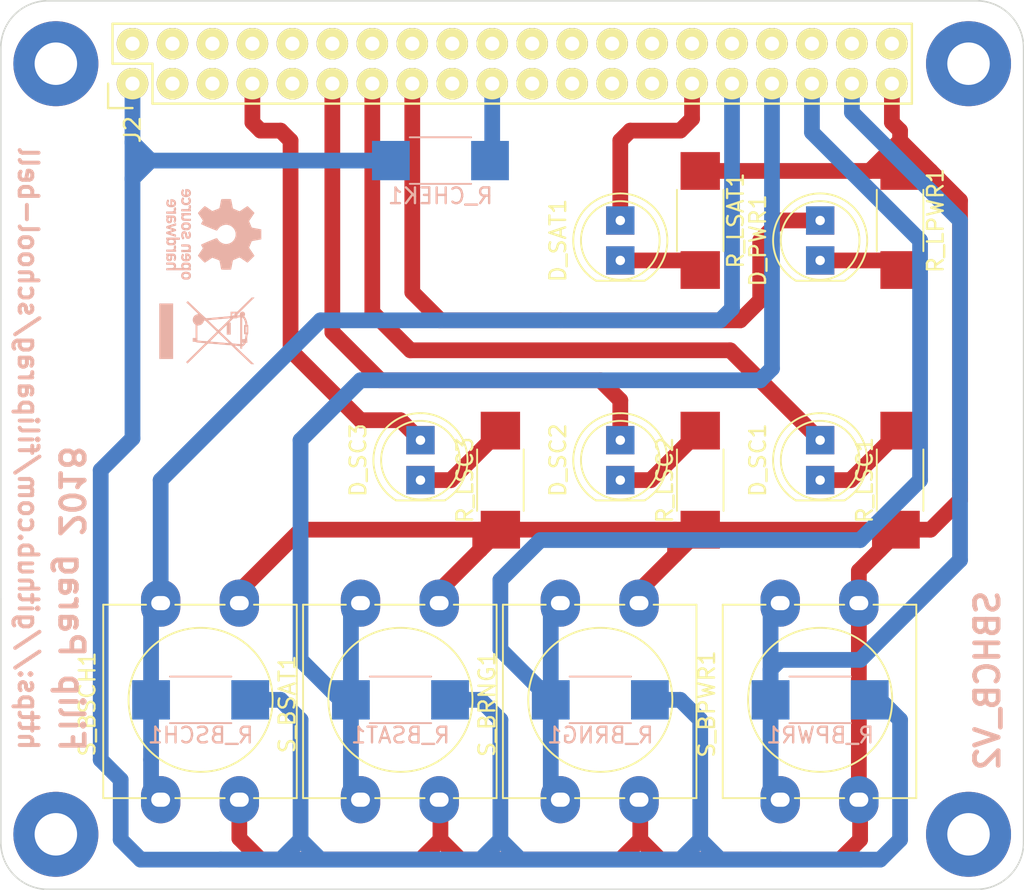
<source format=kicad_pcb>
(kicad_pcb (version 4) (host pcbnew 4.0.7)

  (general
    (links 41)
    (no_connects 0)
    (area 52.019999 48.209999 117.120001 104.810001)
    (thickness 1.6)
    (drawings 13)
    (tracks 187)
    (zones 0)
    (modules 26)
    (nets 46)
  )

  (page A4)
  (layers
    (0 F.Cu signal)
    (31 B.Cu signal)
    (32 B.Adhes user hide)
    (33 F.Adhes user hide)
    (34 B.Paste user hide)
    (35 F.Paste user hide)
    (36 B.SilkS user)
    (37 F.SilkS user)
    (38 B.Mask user hide)
    (39 F.Mask user hide)
    (40 Dwgs.User user)
    (41 Cmts.User user hide)
    (42 Eco1.User user hide)
    (43 Eco2.User user)
    (44 Edge.Cuts user)
    (45 Margin user hide)
    (46 B.CrtYd user)
    (47 F.CrtYd user)
    (48 B.Fab user hide)
    (49 F.Fab user hide)
  )

  (setup
    (last_trace_width 1)
    (user_trace_width 0.01)
    (user_trace_width 0.02)
    (user_trace_width 0.05)
    (user_trace_width 0.1)
    (user_trace_width 0.2)
    (trace_clearance 0.2)
    (zone_clearance 0.508)
    (zone_45_only no)
    (trace_min 0.01)
    (segment_width 0.2)
    (edge_width 0.1)
    (via_size 0.6)
    (via_drill 0.4)
    (via_min_size 0.4)
    (via_min_drill 0.3)
    (uvia_size 0.3)
    (uvia_drill 0.1)
    (uvias_allowed no)
    (uvia_min_size 0.2)
    (uvia_min_drill 0.1)
    (pcb_text_width 0.3)
    (pcb_text_size 1.5 1.5)
    (mod_edge_width 0.15)
    (mod_text_size 1 1)
    (mod_text_width 0.15)
    (pad_size 3 2)
    (pad_drill 0)
    (pad_to_mask_clearance 0)
    (aux_axis_origin 0 0)
    (visible_elements 7FFEFFFF)
    (pcbplotparams
      (layerselection 0x0dcfc_80000001)
      (usegerberextensions false)
      (usegerberattributes true)
      (excludeedgelayer false)
      (linewidth 0.050000)
      (plotframeref false)
      (viasonmask false)
      (mode 1)
      (useauxorigin false)
      (hpglpennumber 1)
      (hpglpenspeed 20)
      (hpglpendiameter 15)
      (hpglpenoverlay 2)
      (psnegative false)
      (psa4output false)
      (plotreference false)
      (plotvalue false)
      (plotinvisibletext false)
      (padsonsilk true)
      (subtractmaskfromsilk false)
      (outputformat 1)
      (mirror false)
      (drillshape 0)
      (scaleselection 1)
      (outputdirectory export/))
  )

  (net 0 "")
  (net 1 "Net-(J2-Pad2)")
  (net 2 "Net-(J2-Pad3)")
  (net 3 "Net-(J2-Pad4)")
  (net 4 "Net-(J2-Pad5)")
  (net 5 "Net-(J2-Pad6)")
  (net 6 "Net-(J2-Pad8)")
  (net 7 "Net-(J2-Pad10)")
  (net 8 "Net-(J2-Pad12)")
  (net 9 "Net-(J2-Pad14)")
  (net 10 "Net-(J2-Pad16)")
  (net 11 "Net-(J2-Pad18)")
  (net 12 "Net-(J2-Pad20)")
  (net 13 "Net-(J2-Pad21)")
  (net 14 "Net-(J2-Pad22)")
  (net 15 "Net-(J2-Pad23)")
  (net 16 "Net-(J2-Pad24)")
  (net 17 "Net-(J2-Pad26)")
  (net 18 "Net-(J2-Pad27)")
  (net 19 "Net-(J2-Pad28)")
  (net 20 "Net-(J2-Pad30)")
  (net 21 "Net-(J2-Pad32)")
  (net 22 "Net-(J2-Pad34)")
  (net 23 "Net-(J2-Pad36)")
  (net 24 "Net-(J2-Pad38)")
  (net 25 "Net-(J2-Pad40)")
  (net 26 "Net-(D_PWR1-Pad1)")
  (net 27 L_PWR)
  (net 28 "Net-(D_SAT1-Pad1)")
  (net 29 L_SAT)
  (net 30 "Net-(D_SC1-Pad1)")
  (net 31 L_SC1)
  (net 32 "Net-(D_SC2-Pad1)")
  (net 33 L_SC2)
  (net 34 "Net-(D_SC3-Pad1)")
  (net 35 L_SC3)
  (net 36 +3V3)
  (net 37 GND)
  (net 38 CHECK)
  (net 39 B_PWR)
  (net 40 B_SCH)
  (net 41 B_SAT)
  (net 42 B_RNG)
  (net 43 "Net-(J2-Pad9)")
  (net 44 "Net-(J2-Pad25)")
  (net 45 "Net-(J2-Pad17)")

  (net_class Default "This is the default net class."
    (clearance 0.2)
    (trace_width 1)
    (via_dia 0.6)
    (via_drill 0.4)
    (uvia_dia 0.3)
    (uvia_drill 0.1)
    (add_net +3V3)
    (add_net B_PWR)
    (add_net B_RNG)
    (add_net B_SAT)
    (add_net B_SCH)
    (add_net CHECK)
    (add_net GND)
    (add_net L_PWR)
    (add_net L_SAT)
    (add_net L_SC1)
    (add_net L_SC2)
    (add_net L_SC3)
    (add_net "Net-(D_PWR1-Pad1)")
    (add_net "Net-(D_SAT1-Pad1)")
    (add_net "Net-(D_SC1-Pad1)")
    (add_net "Net-(D_SC2-Pad1)")
    (add_net "Net-(D_SC3-Pad1)")
    (add_net "Net-(J2-Pad10)")
    (add_net "Net-(J2-Pad12)")
    (add_net "Net-(J2-Pad14)")
    (add_net "Net-(J2-Pad16)")
    (add_net "Net-(J2-Pad17)")
    (add_net "Net-(J2-Pad18)")
    (add_net "Net-(J2-Pad2)")
    (add_net "Net-(J2-Pad20)")
    (add_net "Net-(J2-Pad21)")
    (add_net "Net-(J2-Pad22)")
    (add_net "Net-(J2-Pad23)")
    (add_net "Net-(J2-Pad24)")
    (add_net "Net-(J2-Pad25)")
    (add_net "Net-(J2-Pad26)")
    (add_net "Net-(J2-Pad27)")
    (add_net "Net-(J2-Pad28)")
    (add_net "Net-(J2-Pad3)")
    (add_net "Net-(J2-Pad30)")
    (add_net "Net-(J2-Pad32)")
    (add_net "Net-(J2-Pad34)")
    (add_net "Net-(J2-Pad36)")
    (add_net "Net-(J2-Pad38)")
    (add_net "Net-(J2-Pad4)")
    (add_net "Net-(J2-Pad40)")
    (add_net "Net-(J2-Pad5)")
    (add_net "Net-(J2-Pad6)")
    (add_net "Net-(J2-Pad8)")
    (add_net "Net-(J2-Pad9)")
  )

  (module Mounting_Holes:MountingHole_2.7mm_Pad locked (layer F.Cu) (tedit 56D1B4CB) (tstamp 5515DEA9)
    (at 113.57 52.26)
    (descr "Mounting Hole 2.7mm")
    (tags "mounting hole 2.7mm")
    (attr virtual)
    (fp_text reference "" (at 0 -3.7) (layer F.SilkS)
      (effects (font (size 1 1) (thickness 0.15)))
    )
    (fp_text value "" (at 0 3.7) (layer F.Fab)
      (effects (font (size 1 1) (thickness 0.15)))
    )
    (fp_text user %R (at 0.3 0) (layer F.Fab)
      (effects (font (size 1 1) (thickness 0.15)))
    )
    (fp_circle (center 0 0) (end 2.7 0) (layer Cmts.User) (width 0.15))
    (fp_circle (center 0 0) (end 2.95 0) (layer F.CrtYd) (width 0.05))
    (pad 1 thru_hole circle (at 0 0) (size 5.4 5.4) (drill 2.7) (layers *.Cu *.Mask))
  )

  (module Mounting_Holes:MountingHole_2.7mm_Pad locked (layer F.Cu) (tedit 56D1B4CB) (tstamp 55169DC9)
    (at 113.57 101.26)
    (descr "Mounting Hole 2.7mm")
    (tags "mounting hole 2.7mm")
    (attr virtual)
    (fp_text reference "" (at 0 -3.7) (layer F.SilkS)
      (effects (font (size 1 1) (thickness 0.15)))
    )
    (fp_text value "" (at 0 3.7) (layer F.Fab)
      (effects (font (size 1 1) (thickness 0.15)))
    )
    (fp_text user %R (at 0.3 0) (layer F.Fab)
      (effects (font (size 1 1) (thickness 0.15)))
    )
    (fp_circle (center 0 0) (end 2.7 0) (layer Cmts.User) (width 0.15))
    (fp_circle (center 0 0) (end 2.95 0) (layer F.CrtYd) (width 0.05))
    (pad 1 thru_hole circle (at 0 0) (size 5.4 5.4) (drill 2.7) (layers *.Cu *.Mask))
  )

  (module Mounting_Holes:MountingHole_2.7mm_Pad locked (layer F.Cu) (tedit 56D1B4CB) (tstamp 5515DECC)
    (at 55.57 101.26)
    (descr "Mounting Hole 2.7mm")
    (tags "mounting hole 2.7mm")
    (attr virtual)
    (fp_text reference "" (at 0 -3.7) (layer F.SilkS)
      (effects (font (size 1 1) (thickness 0.15)))
    )
    (fp_text value "" (at 0 3.7) (layer F.Fab)
      (effects (font (size 1 1) (thickness 0.15)))
    )
    (fp_text user %R (at 0.3 0) (layer F.Fab)
      (effects (font (size 1 1) (thickness 0.15)))
    )
    (fp_circle (center 0 0) (end 2.7 0) (layer Cmts.User) (width 0.15))
    (fp_circle (center 0 0) (end 2.95 0) (layer F.CrtYd) (width 0.05))
    (pad 1 thru_hole circle (at 0 0) (size 5.4 5.4) (drill 2.7) (layers *.Cu *.Mask))
  )

  (module Mounting_Holes:MountingHole_2.7mm_Pad locked (layer F.Cu) (tedit 56D1B4CB) (tstamp 5515DEBF)
    (at 55.57 52.26)
    (descr "Mounting Hole 2.7mm")
    (tags "mounting hole 2.7mm")
    (attr virtual)
    (fp_text reference "" (at 0 -3.7) (layer F.SilkS)
      (effects (font (size 1 1) (thickness 0.15)))
    )
    (fp_text value "" (at 0 3.7) (layer F.Fab)
      (effects (font (size 1 1) (thickness 0.15)))
    )
    (fp_text user %R (at 0.3 0) (layer F.Fab)
      (effects (font (size 1 1) (thickness 0.15)))
    )
    (fp_circle (center 0 0) (end 2.7 0) (layer Cmts.User) (width 0.15))
    (fp_circle (center 0 0) (end 2.95 0) (layer F.CrtYd) (width 0.05))
    (pad 1 thru_hole circle (at 0 0) (size 5.4 5.4) (drill 2.7) (layers *.Cu *.Mask))
  )

  (module RPi_Hat:Pin_Header_Straight_2x20 locked (layer F.Cu) (tedit 5A6524BF) (tstamp 5516AEA0)
    (at 84.57 52.26 90)
    (descr "Through hole pin header")
    (tags "pin header")
    (path /5515D395/5516AE26)
    (fp_text reference J2 (at -4.191 -24.13 270) (layer F.SilkS)
      (effects (font (size 1 1) (thickness 0.15)))
    )
    (fp_text value RPi_GPIO (at -1.27 -27.23 90) (layer F.Fab)
      (effects (font (size 1 1) (thickness 0.15)))
    )
    (fp_line (start -3.02 -25.88) (end -3.02 25.92) (layer F.CrtYd) (width 0.05))
    (fp_line (start 3.03 -25.88) (end 3.03 25.92) (layer F.CrtYd) (width 0.05))
    (fp_line (start -3.02 -25.88) (end 3.03 -25.88) (layer F.CrtYd) (width 0.05))
    (fp_line (start -3.02 25.92) (end 3.03 25.92) (layer F.CrtYd) (width 0.05))
    (fp_line (start 2.54 25.4) (end 2.54 -25.4) (layer F.SilkS) (width 0.15))
    (fp_line (start -2.54 -22.86) (end -2.54 25.4) (layer F.SilkS) (width 0.15))
    (fp_line (start 2.54 25.4) (end -2.54 25.4) (layer F.SilkS) (width 0.15))
    (fp_line (start 2.54 -25.4) (end 0 -25.4) (layer F.SilkS) (width 0.15))
    (fp_line (start -1.27 -25.68) (end -2.82 -25.68) (layer F.SilkS) (width 0.15))
    (fp_line (start 0 -25.4) (end 0 -22.86) (layer F.SilkS) (width 0.15))
    (fp_line (start 0 -22.86) (end -2.54 -22.86) (layer F.SilkS) (width 0.15))
    (fp_line (start -2.82 -25.68) (end -2.82 -24.13) (layer F.SilkS) (width 0.15))
    (pad 1 thru_hole oval (at -1.27 -24.13 90) (size 2 2) (drill 0.9) (layers *.Cu *.Mask F.SilkS)
      (net 36 +3V3))
    (pad 2 thru_hole oval (at 1.27 -24.13 90) (size 2 2) (drill 0.9) (layers *.Cu *.Mask F.SilkS)
      (net 1 "Net-(J2-Pad2)"))
    (pad 3 thru_hole oval (at -1.27 -21.59 90) (size 2 2) (drill 0.9) (layers *.Cu *.Mask F.SilkS)
      (net 2 "Net-(J2-Pad3)"))
    (pad 4 thru_hole oval (at 1.27 -21.59 90) (size 2 2) (drill 0.9) (layers *.Cu *.Mask F.SilkS)
      (net 3 "Net-(J2-Pad4)"))
    (pad 5 thru_hole oval (at -1.27 -19.05 90) (size 2 2) (drill 0.9) (layers *.Cu *.Mask F.SilkS)
      (net 4 "Net-(J2-Pad5)"))
    (pad 6 thru_hole oval (at 1.27 -19.05 90) (size 2 2) (drill 0.9) (layers *.Cu *.Mask F.SilkS)
      (net 5 "Net-(J2-Pad6)"))
    (pad 7 thru_hole oval (at -1.27 -16.51 90) (size 2 2) (drill 0.9) (layers *.Cu *.Mask F.SilkS)
      (net 35 L_SC3))
    (pad 8 thru_hole oval (at 1.27 -16.51 90) (size 2 2) (drill 0.9) (layers *.Cu *.Mask F.SilkS)
      (net 6 "Net-(J2-Pad8)"))
    (pad 9 thru_hole oval (at -1.27 -13.97 90) (size 2 2) (drill 0.9) (layers *.Cu *.Mask F.SilkS)
      (net 43 "Net-(J2-Pad9)"))
    (pad 10 thru_hole oval (at 1.27 -13.97 90) (size 2 2) (drill 0.9) (layers *.Cu *.Mask F.SilkS)
      (net 7 "Net-(J2-Pad10)"))
    (pad 11 thru_hole oval (at -1.27 -11.43 90) (size 2 2) (drill 0.9) (layers *.Cu *.Mask F.SilkS)
      (net 33 L_SC2))
    (pad 12 thru_hole oval (at 1.27 -11.43 90) (size 2 2) (drill 0.9) (layers *.Cu *.Mask F.SilkS)
      (net 8 "Net-(J2-Pad12)"))
    (pad 13 thru_hole oval (at -1.27 -8.89 90) (size 2 2) (drill 0.9) (layers *.Cu *.Mask F.SilkS)
      (net 31 L_SC1))
    (pad 14 thru_hole oval (at 1.27 -8.89 90) (size 2 2) (drill 0.9) (layers *.Cu *.Mask F.SilkS)
      (net 9 "Net-(J2-Pad14)"))
    (pad 15 thru_hole oval (at -1.27 -6.35 90) (size 2 2) (drill 0.9) (layers *.Cu *.Mask F.SilkS)
      (net 27 L_PWR))
    (pad 16 thru_hole oval (at 1.27 -6.35 90) (size 2 2) (drill 0.9) (layers *.Cu *.Mask F.SilkS)
      (net 10 "Net-(J2-Pad16)"))
    (pad 17 thru_hole oval (at -1.27 -3.81 90) (size 2 2) (drill 0.9) (layers *.Cu *.Mask F.SilkS)
      (net 45 "Net-(J2-Pad17)"))
    (pad 18 thru_hole oval (at 1.27 -3.81 90) (size 2 2) (drill 0.9) (layers *.Cu *.Mask F.SilkS)
      (net 11 "Net-(J2-Pad18)"))
    (pad 19 thru_hole oval (at -1.27 -1.27 90) (size 2 2) (drill 0.9) (layers *.Cu *.Mask F.SilkS)
      (net 38 CHECK))
    (pad 20 thru_hole oval (at 1.27 -1.27 90) (size 2 2) (drill 0.9) (layers *.Cu *.Mask F.SilkS)
      (net 12 "Net-(J2-Pad20)"))
    (pad 21 thru_hole oval (at -1.27 1.27 90) (size 2 2) (drill 0.9) (layers *.Cu *.Mask F.SilkS)
      (net 13 "Net-(J2-Pad21)"))
    (pad 22 thru_hole oval (at 1.27 1.27 90) (size 2 2) (drill 0.9) (layers *.Cu *.Mask F.SilkS)
      (net 14 "Net-(J2-Pad22)"))
    (pad 23 thru_hole oval (at -1.27 3.81 90) (size 2 2) (drill 0.9) (layers *.Cu *.Mask F.SilkS)
      (net 15 "Net-(J2-Pad23)"))
    (pad 24 thru_hole oval (at 1.27 3.81 90) (size 2 2) (drill 0.9) (layers *.Cu *.Mask F.SilkS)
      (net 16 "Net-(J2-Pad24)"))
    (pad 25 thru_hole oval (at -1.27 6.35 90) (size 2 2) (drill 0.9) (layers *.Cu *.Mask F.SilkS)
      (net 44 "Net-(J2-Pad25)"))
    (pad 26 thru_hole oval (at 1.27 6.35 90) (size 2 2) (drill 0.9) (layers *.Cu *.Mask F.SilkS)
      (net 17 "Net-(J2-Pad26)"))
    (pad 27 thru_hole oval (at -1.27 8.89 90) (size 2 2) (drill 0.9) (layers *.Cu *.Mask F.SilkS)
      (net 18 "Net-(J2-Pad27)"))
    (pad 28 thru_hole oval (at 1.27 8.89 90) (size 2 2) (drill 0.9) (layers *.Cu *.Mask F.SilkS)
      (net 19 "Net-(J2-Pad28)"))
    (pad 29 thru_hole oval (at -1.27 11.43 90) (size 2 2) (drill 0.9) (layers *.Cu *.Mask F.SilkS)
      (net 29 L_SAT))
    (pad 30 thru_hole oval (at 1.27 11.43 90) (size 2 2) (drill 0.9) (layers *.Cu *.Mask F.SilkS)
      (net 20 "Net-(J2-Pad30)"))
    (pad 31 thru_hole oval (at -1.27 13.97 90) (size 2 2) (drill 0.9) (layers *.Cu *.Mask F.SilkS)
      (net 40 B_SCH))
    (pad 32 thru_hole oval (at 1.27 13.97 90) (size 2 2) (drill 0.9) (layers *.Cu *.Mask F.SilkS)
      (net 21 "Net-(J2-Pad32)"))
    (pad 33 thru_hole oval (at -1.27 16.51 90) (size 2 2) (drill 0.9) (layers *.Cu *.Mask F.SilkS)
      (net 41 B_SAT))
    (pad 34 thru_hole oval (at 1.27 16.51 90) (size 2 2) (drill 0.9) (layers *.Cu *.Mask F.SilkS)
      (net 22 "Net-(J2-Pad34)"))
    (pad 35 thru_hole oval (at -1.27 19.05 90) (size 2 2) (drill 0.9) (layers *.Cu *.Mask F.SilkS)
      (net 42 B_RNG))
    (pad 36 thru_hole oval (at 1.27 19.05 90) (size 2 2) (drill 0.9) (layers *.Cu *.Mask F.SilkS)
      (net 23 "Net-(J2-Pad36)"))
    (pad 37 thru_hole oval (at -1.27 21.59 90) (size 2 2) (drill 0.9) (layers *.Cu *.Mask F.SilkS)
      (net 39 B_PWR))
    (pad 38 thru_hole oval (at 1.27 21.59 90) (size 2 2) (drill 0.9) (layers *.Cu *.Mask F.SilkS)
      (net 24 "Net-(J2-Pad38)"))
    (pad 39 thru_hole oval (at -1.27 24.13 90) (size 2 2) (drill 0.9) (layers *.Cu *.Mask F.SilkS)
      (net 37 GND))
    (pad 40 thru_hole oval (at 1.27 24.13 90) (size 2 2) (drill 0.9) (layers *.Cu *.Mask F.SilkS)
      (net 25 "Net-(J2-Pad40)"))
    (model Pin_Headers.3dshapes/Pin_Header_Straight_2x20.wrl
      (at (xyz 0 0 0))
      (scale (xyz 1 1 1))
      (rotate (xyz 0 0 90))
    )
  )

  (module LEDs:LED_D5.0mm (layer F.Cu) (tedit 5995936A) (tstamp 5A650F7F)
    (at 104.14 64.77 90)
    (descr "LED, diameter 5.0mm, 2 pins, http://cdn-reichelt.de/documents/datenblatt/A500/LL-504BC2E-009.pdf")
    (tags "LED diameter 5.0mm 2 pins")
    (path /5A650E73)
    (fp_text reference D_PWR1 (at 1.27 -3.96 90) (layer F.SilkS)
      (effects (font (size 1 1) (thickness 0.15)))
    )
    (fp_text value LED (at 1.27 3.96 90) (layer F.Fab)
      (effects (font (size 1 1) (thickness 0.15)))
    )
    (fp_arc (start 1.27 0) (end -1.23 -1.469694) (angle 299.1) (layer F.Fab) (width 0.1))
    (fp_arc (start 1.27 0) (end -1.29 -1.54483) (angle 148.9) (layer F.SilkS) (width 0.12))
    (fp_arc (start 1.27 0) (end -1.29 1.54483) (angle -148.9) (layer F.SilkS) (width 0.12))
    (fp_circle (center 1.27 0) (end 3.77 0) (layer F.Fab) (width 0.1))
    (fp_circle (center 1.27 0) (end 3.77 0) (layer F.SilkS) (width 0.12))
    (fp_line (start -1.23 -1.469694) (end -1.23 1.469694) (layer F.Fab) (width 0.1))
    (fp_line (start -1.29 -1.545) (end -1.29 1.545) (layer F.SilkS) (width 0.12))
    (fp_line (start -1.95 -3.25) (end -1.95 3.25) (layer F.CrtYd) (width 0.05))
    (fp_line (start -1.95 3.25) (end 4.5 3.25) (layer F.CrtYd) (width 0.05))
    (fp_line (start 4.5 3.25) (end 4.5 -3.25) (layer F.CrtYd) (width 0.05))
    (fp_line (start 4.5 -3.25) (end -1.95 -3.25) (layer F.CrtYd) (width 0.05))
    (fp_text user %R (at 1.25 0 90) (layer F.Fab)
      (effects (font (size 0.8 0.8) (thickness 0.2)))
    )
    (pad 1 thru_hole rect (at 0 0 90) (size 1.8 1.8) (drill 0.6) (layers *.Cu *.Mask)
      (net 26 "Net-(D_PWR1-Pad1)"))
    (pad 2 thru_hole rect (at 2.54 0 90) (size 1.8 1.8) (drill 0.6) (layers *.Cu *.Mask)
      (net 27 L_PWR))
    (model ${KISYS3DMOD}/LEDs.3dshapes/LED_D5.0mm.wrl
      (at (xyz 0 0 0))
      (scale (xyz 0.393701 0.393701 0.393701))
      (rotate (xyz 0 0 0))
    )
  )

  (module LEDs:LED_D5.0mm (layer F.Cu) (tedit 5995936A) (tstamp 5A650F85)
    (at 91.44 64.77 90)
    (descr "LED, diameter 5.0mm, 2 pins, http://cdn-reichelt.de/documents/datenblatt/A500/LL-504BC2E-009.pdf")
    (tags "LED diameter 5.0mm 2 pins")
    (path /5A650E83)
    (fp_text reference D_SAT1 (at 1.27 -3.96 90) (layer F.SilkS)
      (effects (font (size 1 1) (thickness 0.15)))
    )
    (fp_text value LED (at 1.27 3.96 90) (layer F.Fab)
      (effects (font (size 1 1) (thickness 0.15)))
    )
    (fp_arc (start 1.27 0) (end -1.23 -1.469694) (angle 299.1) (layer F.Fab) (width 0.1))
    (fp_arc (start 1.27 0) (end -1.29 -1.54483) (angle 148.9) (layer F.SilkS) (width 0.12))
    (fp_arc (start 1.27 0) (end -1.29 1.54483) (angle -148.9) (layer F.SilkS) (width 0.12))
    (fp_circle (center 1.27 0) (end 3.77 0) (layer F.Fab) (width 0.1))
    (fp_circle (center 1.27 0) (end 3.77 0) (layer F.SilkS) (width 0.12))
    (fp_line (start -1.23 -1.469694) (end -1.23 1.469694) (layer F.Fab) (width 0.1))
    (fp_line (start -1.29 -1.545) (end -1.29 1.545) (layer F.SilkS) (width 0.12))
    (fp_line (start -1.95 -3.25) (end -1.95 3.25) (layer F.CrtYd) (width 0.05))
    (fp_line (start -1.95 3.25) (end 4.5 3.25) (layer F.CrtYd) (width 0.05))
    (fp_line (start 4.5 3.25) (end 4.5 -3.25) (layer F.CrtYd) (width 0.05))
    (fp_line (start 4.5 -3.25) (end -1.95 -3.25) (layer F.CrtYd) (width 0.05))
    (fp_text user %R (at 1.25 0 90) (layer F.Fab)
      (effects (font (size 0.8 0.8) (thickness 0.2)))
    )
    (pad 1 thru_hole rect (at 0 0 90) (size 1.8 1.8) (drill 0.6) (layers *.Cu *.Mask)
      (net 28 "Net-(D_SAT1-Pad1)"))
    (pad 2 thru_hole rect (at 2.54 0 90) (size 1.8 1.8) (drill 0.6) (layers *.Cu *.Mask)
      (net 29 L_SAT))
    (model ${KISYS3DMOD}/LEDs.3dshapes/LED_D5.0mm.wrl
      (at (xyz 0 0 0))
      (scale (xyz 0.393701 0.393701 0.393701))
      (rotate (xyz 0 0 0))
    )
  )

  (module LEDs:LED_D5.0mm (layer F.Cu) (tedit 5995936A) (tstamp 5A650F8B)
    (at 104.14 78.74 90)
    (descr "LED, diameter 5.0mm, 2 pins, http://cdn-reichelt.de/documents/datenblatt/A500/LL-504BC2E-009.pdf")
    (tags "LED diameter 5.0mm 2 pins")
    (path /5A650E75)
    (fp_text reference D_SC1 (at 1.27 -3.96 90) (layer F.SilkS)
      (effects (font (size 1 1) (thickness 0.15)))
    )
    (fp_text value LED (at 1.27 3.96 90) (layer F.Fab)
      (effects (font (size 1 1) (thickness 0.15)))
    )
    (fp_arc (start 1.27 0) (end -1.23 -1.469694) (angle 299.1) (layer F.Fab) (width 0.1))
    (fp_arc (start 1.27 0) (end -1.29 -1.54483) (angle 148.9) (layer F.SilkS) (width 0.12))
    (fp_arc (start 1.27 0) (end -1.29 1.54483) (angle -148.9) (layer F.SilkS) (width 0.12))
    (fp_circle (center 1.27 0) (end 3.77 0) (layer F.Fab) (width 0.1))
    (fp_circle (center 1.27 0) (end 3.77 0) (layer F.SilkS) (width 0.12))
    (fp_line (start -1.23 -1.469694) (end -1.23 1.469694) (layer F.Fab) (width 0.1))
    (fp_line (start -1.29 -1.545) (end -1.29 1.545) (layer F.SilkS) (width 0.12))
    (fp_line (start -1.95 -3.25) (end -1.95 3.25) (layer F.CrtYd) (width 0.05))
    (fp_line (start -1.95 3.25) (end 4.5 3.25) (layer F.CrtYd) (width 0.05))
    (fp_line (start 4.5 3.25) (end 4.5 -3.25) (layer F.CrtYd) (width 0.05))
    (fp_line (start 4.5 -3.25) (end -1.95 -3.25) (layer F.CrtYd) (width 0.05))
    (fp_text user %R (at 1.25 0 90) (layer F.Fab)
      (effects (font (size 0.8 0.8) (thickness 0.2)))
    )
    (pad 1 thru_hole rect (at 0 0 90) (size 1.8 1.8) (drill 0.6) (layers *.Cu *.Mask)
      (net 30 "Net-(D_SC1-Pad1)"))
    (pad 2 thru_hole rect (at 2.54 0 90) (size 1.8 1.8) (drill 0.6) (layers *.Cu *.Mask)
      (net 31 L_SC1))
    (model ${KISYS3DMOD}/LEDs.3dshapes/LED_D5.0mm.wrl
      (at (xyz 0 0 0))
      (scale (xyz 0.393701 0.393701 0.393701))
      (rotate (xyz 0 0 0))
    )
  )

  (module LEDs:LED_D5.0mm (layer F.Cu) (tedit 5995936A) (tstamp 5A650F91)
    (at 91.44 78.74 90)
    (descr "LED, diameter 5.0mm, 2 pins, http://cdn-reichelt.de/documents/datenblatt/A500/LL-504BC2E-009.pdf")
    (tags "LED diameter 5.0mm 2 pins")
    (path /5A650E77)
    (fp_text reference D_SC2 (at 1.27 -3.96 90) (layer F.SilkS)
      (effects (font (size 1 1) (thickness 0.15)))
    )
    (fp_text value LED (at 1.27 3.96 90) (layer F.Fab)
      (effects (font (size 1 1) (thickness 0.15)))
    )
    (fp_arc (start 1.27 0) (end -1.23 -1.469694) (angle 299.1) (layer F.Fab) (width 0.1))
    (fp_arc (start 1.27 0) (end -1.29 -1.54483) (angle 148.9) (layer F.SilkS) (width 0.12))
    (fp_arc (start 1.27 0) (end -1.29 1.54483) (angle -148.9) (layer F.SilkS) (width 0.12))
    (fp_circle (center 1.27 0) (end 3.77 0) (layer F.Fab) (width 0.1))
    (fp_circle (center 1.27 0) (end 3.77 0) (layer F.SilkS) (width 0.12))
    (fp_line (start -1.23 -1.469694) (end -1.23 1.469694) (layer F.Fab) (width 0.1))
    (fp_line (start -1.29 -1.545) (end -1.29 1.545) (layer F.SilkS) (width 0.12))
    (fp_line (start -1.95 -3.25) (end -1.95 3.25) (layer F.CrtYd) (width 0.05))
    (fp_line (start -1.95 3.25) (end 4.5 3.25) (layer F.CrtYd) (width 0.05))
    (fp_line (start 4.5 3.25) (end 4.5 -3.25) (layer F.CrtYd) (width 0.05))
    (fp_line (start 4.5 -3.25) (end -1.95 -3.25) (layer F.CrtYd) (width 0.05))
    (fp_text user %R (at 1.25 0 90) (layer F.Fab)
      (effects (font (size 0.8 0.8) (thickness 0.2)))
    )
    (pad 1 thru_hole rect (at 0 0 90) (size 1.8 1.8) (drill 0.6) (layers *.Cu *.Mask)
      (net 32 "Net-(D_SC2-Pad1)"))
    (pad 2 thru_hole rect (at 2.54 0 90) (size 1.8 1.8) (drill 0.6) (layers *.Cu *.Mask)
      (net 33 L_SC2))
    (model ${KISYS3DMOD}/LEDs.3dshapes/LED_D5.0mm.wrl
      (at (xyz 0 0 0))
      (scale (xyz 0.393701 0.393701 0.393701))
      (rotate (xyz 0 0 0))
    )
  )

  (module LEDs:LED_D5.0mm (layer F.Cu) (tedit 5A651E3D) (tstamp 5A650F97)
    (at 78.74 78.74 90)
    (descr "LED, diameter 5.0mm, 2 pins, http://cdn-reichelt.de/documents/datenblatt/A500/LL-504BC2E-009.pdf")
    (tags "LED diameter 5.0mm 2 pins")
    (path /5A650E7A)
    (fp_text reference D_SC3 (at 1.27 -3.96 90) (layer F.SilkS)
      (effects (font (size 1 1) (thickness 0.15)))
    )
    (fp_text value LED (at 1.27 3.96 90) (layer F.Fab)
      (effects (font (size 1 1) (thickness 0.15)))
    )
    (fp_arc (start 1.27 0) (end -1.23 -1.469694) (angle 299.1) (layer F.Fab) (width 0.1))
    (fp_arc (start 1.27 0) (end -1.29 -1.54483) (angle 148.9) (layer F.SilkS) (width 0.12))
    (fp_arc (start 1.27 0) (end -1.29 1.54483) (angle -148.9) (layer F.SilkS) (width 0.12))
    (fp_circle (center 1.27 0) (end 3.77 0) (layer F.Fab) (width 0.1))
    (fp_circle (center 1.27 0) (end 3.77 0) (layer F.SilkS) (width 0.12))
    (fp_line (start -1.23 -1.469694) (end -1.23 1.469694) (layer F.Fab) (width 0.1))
    (fp_line (start -1.29 -1.545) (end -1.29 1.545) (layer F.SilkS) (width 0.12))
    (fp_line (start -1.95 -3.25) (end -1.95 3.25) (layer F.CrtYd) (width 0.05))
    (fp_line (start -1.95 3.25) (end 4.5 3.25) (layer F.CrtYd) (width 0.05))
    (fp_line (start 4.5 3.25) (end 4.5 -3.25) (layer F.CrtYd) (width 0.05))
    (fp_line (start 4.5 -3.25) (end -1.95 -3.25) (layer F.CrtYd) (width 0.05))
    (fp_text user %R (at 1.25 0 90) (layer F.Fab)
      (effects (font (size 0.8 0.8) (thickness 0.2)))
    )
    (pad 1 thru_hole rect (at 0 0 90) (size 1.8 1.8) (drill 0.6) (layers *.Cu *.Mask)
      (net 34 "Net-(D_SC3-Pad1)"))
    (pad 2 thru_hole rect (at 2.54 0 90) (size 1.8 1.8) (drill 0.6) (layers *.Cu *.Mask)
      (net 35 L_SC3))
    (model ${KISYS3DMOD}/LEDs.3dshapes/LED_D5.0mm.wrl
      (at (xyz 0 0 0))
      (scale (xyz 0.393701 0.393701 0.393701))
      (rotate (xyz 0 0 0))
    )
  )

  (module Resistors_SMD:R_2010_HandSoldering (layer B.Cu) (tedit 58E0A804) (tstamp 5A650F9D)
    (at 104.14 92.71)
    (descr "Resistor SMD 2010, hand soldering")
    (tags "resistor 2010")
    (path /5A650E63)
    (attr smd)
    (fp_text reference R_BPWR1 (at 0 2.25) (layer B.SilkS)
      (effects (font (size 1 1) (thickness 0.15)) (justify mirror))
    )
    (fp_text value R (at 0 -2.35) (layer B.Fab)
      (effects (font (size 1 1) (thickness 0.15)) (justify mirror))
    )
    (fp_text user %R (at 0 0) (layer B.Fab)
      (effects (font (size 1 1) (thickness 0.15)) (justify mirror))
    )
    (fp_line (start -2.5 -1.25) (end -2.5 1.25) (layer B.Fab) (width 0.1))
    (fp_line (start 2.5 -1.25) (end -2.5 -1.25) (layer B.Fab) (width 0.1))
    (fp_line (start 2.5 1.25) (end 2.5 -1.25) (layer B.Fab) (width 0.1))
    (fp_line (start -2.5 1.25) (end 2.5 1.25) (layer B.Fab) (width 0.1))
    (fp_line (start 1.95 -1.48) (end -1.95 -1.48) (layer B.SilkS) (width 0.12))
    (fp_line (start -1.95 1.48) (end 1.95 1.48) (layer B.SilkS) (width 0.12))
    (fp_line (start -4.6 1.5) (end 4.6 1.5) (layer B.CrtYd) (width 0.05))
    (fp_line (start -4.6 1.5) (end -4.6 -1.5) (layer B.CrtYd) (width 0.05))
    (fp_line (start 4.6 -1.5) (end 4.6 1.5) (layer B.CrtYd) (width 0.05))
    (fp_line (start 4.6 -1.5) (end -4.6 -1.5) (layer B.CrtYd) (width 0.05))
    (pad 1 smd rect (at -3.15 0) (size 2.4 2.5) (layers B.Cu B.Paste B.Mask)
      (net 39 B_PWR))
    (pad 2 smd rect (at 3.15 0) (size 2.4 2.5) (layers B.Cu B.Paste B.Mask)
      (net 36 +3V3))
    (model ${KISYS3DMOD}/Resistors_SMD.3dshapes/R_2010.wrl
      (at (xyz 0 0 0))
      (scale (xyz 1 1 1))
      (rotate (xyz 0 0 0))
    )
  )

  (module Resistors_SMD:R_2010_HandSoldering (layer B.Cu) (tedit 58E0A804) (tstamp 5A650FA3)
    (at 90.17 92.71)
    (descr "Resistor SMD 2010, hand soldering")
    (tags "resistor 2010")
    (path /5A650E6F)
    (attr smd)
    (fp_text reference R_BRNG1 (at 0 2.25) (layer B.SilkS)
      (effects (font (size 1 1) (thickness 0.15)) (justify mirror))
    )
    (fp_text value R (at 0 -2.35) (layer B.Fab)
      (effects (font (size 1 1) (thickness 0.15)) (justify mirror))
    )
    (fp_text user %R (at 0 0) (layer B.Fab)
      (effects (font (size 1 1) (thickness 0.15)) (justify mirror))
    )
    (fp_line (start -2.5 -1.25) (end -2.5 1.25) (layer B.Fab) (width 0.1))
    (fp_line (start 2.5 -1.25) (end -2.5 -1.25) (layer B.Fab) (width 0.1))
    (fp_line (start 2.5 1.25) (end 2.5 -1.25) (layer B.Fab) (width 0.1))
    (fp_line (start -2.5 1.25) (end 2.5 1.25) (layer B.Fab) (width 0.1))
    (fp_line (start 1.95 -1.48) (end -1.95 -1.48) (layer B.SilkS) (width 0.12))
    (fp_line (start -1.95 1.48) (end 1.95 1.48) (layer B.SilkS) (width 0.12))
    (fp_line (start -4.6 1.5) (end 4.6 1.5) (layer B.CrtYd) (width 0.05))
    (fp_line (start -4.6 1.5) (end -4.6 -1.5) (layer B.CrtYd) (width 0.05))
    (fp_line (start 4.6 -1.5) (end 4.6 1.5) (layer B.CrtYd) (width 0.05))
    (fp_line (start 4.6 -1.5) (end -4.6 -1.5) (layer B.CrtYd) (width 0.05))
    (pad 1 smd rect (at -3.15 0) (size 2.4 2.5) (layers B.Cu B.Paste B.Mask)
      (net 42 B_RNG))
    (pad 2 smd rect (at 3.15 0) (size 2.4 2.5) (layers B.Cu B.Paste B.Mask)
      (net 36 +3V3))
    (model ${KISYS3DMOD}/Resistors_SMD.3dshapes/R_2010.wrl
      (at (xyz 0 0 0))
      (scale (xyz 1 1 1))
      (rotate (xyz 0 0 0))
    )
  )

  (module Resistors_SMD:R_2010_HandSoldering (layer B.Cu) (tedit 58E0A804) (tstamp 5A650FA9)
    (at 77.47 92.71)
    (descr "Resistor SMD 2010, hand soldering")
    (tags "resistor 2010")
    (path /5A650E6C)
    (attr smd)
    (fp_text reference R_BSAT1 (at 0 2.25) (layer B.SilkS)
      (effects (font (size 1 1) (thickness 0.15)) (justify mirror))
    )
    (fp_text value R (at 0 -2.35) (layer B.Fab)
      (effects (font (size 1 1) (thickness 0.15)) (justify mirror))
    )
    (fp_text user %R (at 0 0) (layer B.Fab)
      (effects (font (size 1 1) (thickness 0.15)) (justify mirror))
    )
    (fp_line (start -2.5 -1.25) (end -2.5 1.25) (layer B.Fab) (width 0.1))
    (fp_line (start 2.5 -1.25) (end -2.5 -1.25) (layer B.Fab) (width 0.1))
    (fp_line (start 2.5 1.25) (end 2.5 -1.25) (layer B.Fab) (width 0.1))
    (fp_line (start -2.5 1.25) (end 2.5 1.25) (layer B.Fab) (width 0.1))
    (fp_line (start 1.95 -1.48) (end -1.95 -1.48) (layer B.SilkS) (width 0.12))
    (fp_line (start -1.95 1.48) (end 1.95 1.48) (layer B.SilkS) (width 0.12))
    (fp_line (start -4.6 1.5) (end 4.6 1.5) (layer B.CrtYd) (width 0.05))
    (fp_line (start -4.6 1.5) (end -4.6 -1.5) (layer B.CrtYd) (width 0.05))
    (fp_line (start 4.6 -1.5) (end 4.6 1.5) (layer B.CrtYd) (width 0.05))
    (fp_line (start 4.6 -1.5) (end -4.6 -1.5) (layer B.CrtYd) (width 0.05))
    (pad 1 smd rect (at -3.15 0) (size 2.4 2.5) (layers B.Cu B.Paste B.Mask)
      (net 41 B_SAT))
    (pad 2 smd rect (at 3.15 0) (size 2.4 2.5) (layers B.Cu B.Paste B.Mask)
      (net 36 +3V3))
    (model ${KISYS3DMOD}/Resistors_SMD.3dshapes/R_2010.wrl
      (at (xyz 0 0 0))
      (scale (xyz 1 1 1))
      (rotate (xyz 0 0 0))
    )
  )

  (module Resistors_SMD:R_2010_HandSoldering (layer B.Cu) (tedit 58E0A804) (tstamp 5A650FAF)
    (at 64.77 92.71)
    (descr "Resistor SMD 2010, hand soldering")
    (tags "resistor 2010")
    (path /5A650E68)
    (attr smd)
    (fp_text reference R_BSCH1 (at 0 2.25) (layer B.SilkS)
      (effects (font (size 1 1) (thickness 0.15)) (justify mirror))
    )
    (fp_text value R (at 0 -2.35) (layer B.Fab)
      (effects (font (size 1 1) (thickness 0.15)) (justify mirror))
    )
    (fp_text user %R (at 0 0) (layer B.Fab)
      (effects (font (size 1 1) (thickness 0.15)) (justify mirror))
    )
    (fp_line (start -2.5 -1.25) (end -2.5 1.25) (layer B.Fab) (width 0.1))
    (fp_line (start 2.5 -1.25) (end -2.5 -1.25) (layer B.Fab) (width 0.1))
    (fp_line (start 2.5 1.25) (end 2.5 -1.25) (layer B.Fab) (width 0.1))
    (fp_line (start -2.5 1.25) (end 2.5 1.25) (layer B.Fab) (width 0.1))
    (fp_line (start 1.95 -1.48) (end -1.95 -1.48) (layer B.SilkS) (width 0.12))
    (fp_line (start -1.95 1.48) (end 1.95 1.48) (layer B.SilkS) (width 0.12))
    (fp_line (start -4.6 1.5) (end 4.6 1.5) (layer B.CrtYd) (width 0.05))
    (fp_line (start -4.6 1.5) (end -4.6 -1.5) (layer B.CrtYd) (width 0.05))
    (fp_line (start 4.6 -1.5) (end 4.6 1.5) (layer B.CrtYd) (width 0.05))
    (fp_line (start 4.6 -1.5) (end -4.6 -1.5) (layer B.CrtYd) (width 0.05))
    (pad 1 smd rect (at -3.15 0) (size 2.4 2.5) (layers B.Cu B.Paste B.Mask)
      (net 40 B_SCH))
    (pad 2 smd rect (at 3.15 0) (size 2.4 2.5) (layers B.Cu B.Paste B.Mask)
      (net 36 +3V3))
    (model ${KISYS3DMOD}/Resistors_SMD.3dshapes/R_2010.wrl
      (at (xyz 0 0 0))
      (scale (xyz 1 1 1))
      (rotate (xyz 0 0 0))
    )
  )

  (module Resistors_SMD:R_2010_HandSoldering (layer B.Cu) (tedit 58E0A804) (tstamp 5A650FB5)
    (at 80.01 58.42)
    (descr "Resistor SMD 2010, hand soldering")
    (tags "resistor 2010")
    (path /5A650E61)
    (attr smd)
    (fp_text reference R_CHEK1 (at 0 2.25) (layer B.SilkS)
      (effects (font (size 1 1) (thickness 0.15)) (justify mirror))
    )
    (fp_text value R (at 0 -2.35) (layer B.Fab)
      (effects (font (size 1 1) (thickness 0.15)) (justify mirror))
    )
    (fp_text user %R (at 0 0) (layer B.Fab)
      (effects (font (size 1 1) (thickness 0.15)) (justify mirror))
    )
    (fp_line (start -2.5 -1.25) (end -2.5 1.25) (layer B.Fab) (width 0.1))
    (fp_line (start 2.5 -1.25) (end -2.5 -1.25) (layer B.Fab) (width 0.1))
    (fp_line (start 2.5 1.25) (end 2.5 -1.25) (layer B.Fab) (width 0.1))
    (fp_line (start -2.5 1.25) (end 2.5 1.25) (layer B.Fab) (width 0.1))
    (fp_line (start 1.95 -1.48) (end -1.95 -1.48) (layer B.SilkS) (width 0.12))
    (fp_line (start -1.95 1.48) (end 1.95 1.48) (layer B.SilkS) (width 0.12))
    (fp_line (start -4.6 1.5) (end 4.6 1.5) (layer B.CrtYd) (width 0.05))
    (fp_line (start -4.6 1.5) (end -4.6 -1.5) (layer B.CrtYd) (width 0.05))
    (fp_line (start 4.6 -1.5) (end 4.6 1.5) (layer B.CrtYd) (width 0.05))
    (fp_line (start 4.6 -1.5) (end -4.6 -1.5) (layer B.CrtYd) (width 0.05))
    (pad 1 smd rect (at -3.15 0) (size 2.4 2.5) (layers B.Cu B.Paste B.Mask)
      (net 36 +3V3))
    (pad 2 smd rect (at 3.15 0) (size 2.4 2.5) (layers B.Cu B.Paste B.Mask)
      (net 38 CHECK))
    (model ${KISYS3DMOD}/Resistors_SMD.3dshapes/R_2010.wrl
      (at (xyz 0 0 0))
      (scale (xyz 1 1 1))
      (rotate (xyz 0 0 0))
    )
  )

  (module Resistors_SMD:R_2010_HandSoldering (layer F.Cu) (tedit 58E0A804) (tstamp 5A650FBB)
    (at 109.22 62.23 270)
    (descr "Resistor SMD 2010, hand soldering")
    (tags "resistor 2010")
    (path /5A650E72)
    (attr smd)
    (fp_text reference R_LPWR1 (at 0 -2.25 270) (layer F.SilkS)
      (effects (font (size 1 1) (thickness 0.15)))
    )
    (fp_text value R (at 0 2.35 270) (layer F.Fab)
      (effects (font (size 1 1) (thickness 0.15)))
    )
    (fp_text user %R (at 0 0 270) (layer F.Fab)
      (effects (font (size 1 1) (thickness 0.15)))
    )
    (fp_line (start -2.5 1.25) (end -2.5 -1.25) (layer F.Fab) (width 0.1))
    (fp_line (start 2.5 1.25) (end -2.5 1.25) (layer F.Fab) (width 0.1))
    (fp_line (start 2.5 -1.25) (end 2.5 1.25) (layer F.Fab) (width 0.1))
    (fp_line (start -2.5 -1.25) (end 2.5 -1.25) (layer F.Fab) (width 0.1))
    (fp_line (start 1.95 1.48) (end -1.95 1.48) (layer F.SilkS) (width 0.12))
    (fp_line (start -1.95 -1.48) (end 1.95 -1.48) (layer F.SilkS) (width 0.12))
    (fp_line (start -4.6 -1.5) (end 4.6 -1.5) (layer F.CrtYd) (width 0.05))
    (fp_line (start -4.6 -1.5) (end -4.6 1.5) (layer F.CrtYd) (width 0.05))
    (fp_line (start 4.6 1.5) (end 4.6 -1.5) (layer F.CrtYd) (width 0.05))
    (fp_line (start 4.6 1.5) (end -4.6 1.5) (layer F.CrtYd) (width 0.05))
    (pad 1 smd rect (at -3.15 0 270) (size 2.4 2.5) (layers F.Cu F.Paste F.Mask)
      (net 37 GND))
    (pad 2 smd rect (at 3.15 0 270) (size 2.4 2.5) (layers F.Cu F.Paste F.Mask)
      (net 26 "Net-(D_PWR1-Pad1)"))
    (model ${KISYS3DMOD}/Resistors_SMD.3dshapes/R_2010.wrl
      (at (xyz 0 0 0))
      (scale (xyz 1 1 1))
      (rotate (xyz 0 0 0))
    )
  )

  (module Resistors_SMD:R_2010_HandSoldering (layer F.Cu) (tedit 58E0A804) (tstamp 5A650FC1)
    (at 96.52 62.23 270)
    (descr "Resistor SMD 2010, hand soldering")
    (tags "resistor 2010")
    (path /5A650E74)
    (attr smd)
    (fp_text reference R_LSAT1 (at 0 -2.25 270) (layer F.SilkS)
      (effects (font (size 1 1) (thickness 0.15)))
    )
    (fp_text value R (at 0 2.35 270) (layer F.Fab)
      (effects (font (size 1 1) (thickness 0.15)))
    )
    (fp_text user %R (at 0 0 270) (layer F.Fab)
      (effects (font (size 1 1) (thickness 0.15)))
    )
    (fp_line (start -2.5 1.25) (end -2.5 -1.25) (layer F.Fab) (width 0.1))
    (fp_line (start 2.5 1.25) (end -2.5 1.25) (layer F.Fab) (width 0.1))
    (fp_line (start 2.5 -1.25) (end 2.5 1.25) (layer F.Fab) (width 0.1))
    (fp_line (start -2.5 -1.25) (end 2.5 -1.25) (layer F.Fab) (width 0.1))
    (fp_line (start 1.95 1.48) (end -1.95 1.48) (layer F.SilkS) (width 0.12))
    (fp_line (start -1.95 -1.48) (end 1.95 -1.48) (layer F.SilkS) (width 0.12))
    (fp_line (start -4.6 -1.5) (end 4.6 -1.5) (layer F.CrtYd) (width 0.05))
    (fp_line (start -4.6 -1.5) (end -4.6 1.5) (layer F.CrtYd) (width 0.05))
    (fp_line (start 4.6 1.5) (end 4.6 -1.5) (layer F.CrtYd) (width 0.05))
    (fp_line (start 4.6 1.5) (end -4.6 1.5) (layer F.CrtYd) (width 0.05))
    (pad 1 smd rect (at -3.15 0 270) (size 2.4 2.5) (layers F.Cu F.Paste F.Mask)
      (net 37 GND))
    (pad 2 smd rect (at 3.15 0 270) (size 2.4 2.5) (layers F.Cu F.Paste F.Mask)
      (net 28 "Net-(D_SAT1-Pad1)"))
    (model ${KISYS3DMOD}/Resistors_SMD.3dshapes/R_2010.wrl
      (at (xyz 0 0 0))
      (scale (xyz 1 1 1))
      (rotate (xyz 0 0 0))
    )
  )

  (module Resistors_SMD:R_2010_HandSoldering (layer F.Cu) (tedit 58E0A804) (tstamp 5A650FC7)
    (at 109.22 78.74 90)
    (descr "Resistor SMD 2010, hand soldering")
    (tags "resistor 2010")
    (path /5A650E7F)
    (attr smd)
    (fp_text reference R_LSC1 (at 0 -2.25 90) (layer F.SilkS)
      (effects (font (size 1 1) (thickness 0.15)))
    )
    (fp_text value R (at 0 2.35 90) (layer F.Fab)
      (effects (font (size 1 1) (thickness 0.15)))
    )
    (fp_text user %R (at 0 0 90) (layer F.Fab)
      (effects (font (size 1 1) (thickness 0.15)))
    )
    (fp_line (start -2.5 1.25) (end -2.5 -1.25) (layer F.Fab) (width 0.1))
    (fp_line (start 2.5 1.25) (end -2.5 1.25) (layer F.Fab) (width 0.1))
    (fp_line (start 2.5 -1.25) (end 2.5 1.25) (layer F.Fab) (width 0.1))
    (fp_line (start -2.5 -1.25) (end 2.5 -1.25) (layer F.Fab) (width 0.1))
    (fp_line (start 1.95 1.48) (end -1.95 1.48) (layer F.SilkS) (width 0.12))
    (fp_line (start -1.95 -1.48) (end 1.95 -1.48) (layer F.SilkS) (width 0.12))
    (fp_line (start -4.6 -1.5) (end 4.6 -1.5) (layer F.CrtYd) (width 0.05))
    (fp_line (start -4.6 -1.5) (end -4.6 1.5) (layer F.CrtYd) (width 0.05))
    (fp_line (start 4.6 1.5) (end 4.6 -1.5) (layer F.CrtYd) (width 0.05))
    (fp_line (start 4.6 1.5) (end -4.6 1.5) (layer F.CrtYd) (width 0.05))
    (pad 1 smd rect (at -3.15 0 90) (size 2.4 2.5) (layers F.Cu F.Paste F.Mask)
      (net 37 GND))
    (pad 2 smd rect (at 3.15 0 90) (size 2.4 2.5) (layers F.Cu F.Paste F.Mask)
      (net 30 "Net-(D_SC1-Pad1)"))
    (model ${KISYS3DMOD}/Resistors_SMD.3dshapes/R_2010.wrl
      (at (xyz 0 0 0))
      (scale (xyz 1 1 1))
      (rotate (xyz 0 0 0))
    )
  )

  (module Resistors_SMD:R_2010_HandSoldering (layer F.Cu) (tedit 58E0A804) (tstamp 5A650FCD)
    (at 96.52 78.74 90)
    (descr "Resistor SMD 2010, hand soldering")
    (tags "resistor 2010")
    (path /5A650E76)
    (attr smd)
    (fp_text reference R_LSC2 (at 0 -2.25 90) (layer F.SilkS)
      (effects (font (size 1 1) (thickness 0.15)))
    )
    (fp_text value R (at 0 2.35 90) (layer F.Fab)
      (effects (font (size 1 1) (thickness 0.15)))
    )
    (fp_text user %R (at 0 0 90) (layer F.Fab)
      (effects (font (size 1 1) (thickness 0.15)))
    )
    (fp_line (start -2.5 1.25) (end -2.5 -1.25) (layer F.Fab) (width 0.1))
    (fp_line (start 2.5 1.25) (end -2.5 1.25) (layer F.Fab) (width 0.1))
    (fp_line (start 2.5 -1.25) (end 2.5 1.25) (layer F.Fab) (width 0.1))
    (fp_line (start -2.5 -1.25) (end 2.5 -1.25) (layer F.Fab) (width 0.1))
    (fp_line (start 1.95 1.48) (end -1.95 1.48) (layer F.SilkS) (width 0.12))
    (fp_line (start -1.95 -1.48) (end 1.95 -1.48) (layer F.SilkS) (width 0.12))
    (fp_line (start -4.6 -1.5) (end 4.6 -1.5) (layer F.CrtYd) (width 0.05))
    (fp_line (start -4.6 -1.5) (end -4.6 1.5) (layer F.CrtYd) (width 0.05))
    (fp_line (start 4.6 1.5) (end 4.6 -1.5) (layer F.CrtYd) (width 0.05))
    (fp_line (start 4.6 1.5) (end -4.6 1.5) (layer F.CrtYd) (width 0.05))
    (pad 1 smd rect (at -3.15 0 90) (size 2.4 2.5) (layers F.Cu F.Paste F.Mask)
      (net 37 GND))
    (pad 2 smd rect (at 3.15 0 90) (size 2.4 2.5) (layers F.Cu F.Paste F.Mask)
      (net 32 "Net-(D_SC2-Pad1)"))
    (model ${KISYS3DMOD}/Resistors_SMD.3dshapes/R_2010.wrl
      (at (xyz 0 0 0))
      (scale (xyz 1 1 1))
      (rotate (xyz 0 0 0))
    )
  )

  (module Resistors_SMD:R_2010_HandSoldering (layer F.Cu) (tedit 58E0A804) (tstamp 5A650FD3)
    (at 83.82 78.74 90)
    (descr "Resistor SMD 2010, hand soldering")
    (tags "resistor 2010")
    (path /5A650E79)
    (attr smd)
    (fp_text reference R_LSC3 (at 0 -2.25 90) (layer F.SilkS)
      (effects (font (size 1 1) (thickness 0.15)))
    )
    (fp_text value R (at 0 2.35 90) (layer F.Fab)
      (effects (font (size 1 1) (thickness 0.15)))
    )
    (fp_text user %R (at 0 0 90) (layer F.Fab)
      (effects (font (size 1 1) (thickness 0.15)))
    )
    (fp_line (start -2.5 1.25) (end -2.5 -1.25) (layer F.Fab) (width 0.1))
    (fp_line (start 2.5 1.25) (end -2.5 1.25) (layer F.Fab) (width 0.1))
    (fp_line (start 2.5 -1.25) (end 2.5 1.25) (layer F.Fab) (width 0.1))
    (fp_line (start -2.5 -1.25) (end 2.5 -1.25) (layer F.Fab) (width 0.1))
    (fp_line (start 1.95 1.48) (end -1.95 1.48) (layer F.SilkS) (width 0.12))
    (fp_line (start -1.95 -1.48) (end 1.95 -1.48) (layer F.SilkS) (width 0.12))
    (fp_line (start -4.6 -1.5) (end 4.6 -1.5) (layer F.CrtYd) (width 0.05))
    (fp_line (start -4.6 -1.5) (end -4.6 1.5) (layer F.CrtYd) (width 0.05))
    (fp_line (start 4.6 1.5) (end 4.6 -1.5) (layer F.CrtYd) (width 0.05))
    (fp_line (start 4.6 1.5) (end -4.6 1.5) (layer F.CrtYd) (width 0.05))
    (pad 1 smd rect (at -3.15 0 90) (size 2.4 2.5) (layers F.Cu F.Paste F.Mask)
      (net 37 GND))
    (pad 2 smd rect (at 3.15 0 90) (size 2.4 2.5) (layers F.Cu F.Paste F.Mask)
      (net 34 "Net-(D_SC3-Pad1)"))
    (model ${KISYS3DMOD}/Resistors_SMD.3dshapes/R_2010.wrl
      (at (xyz 0 0 0))
      (scale (xyz 1 1 1))
      (rotate (xyz 0 0 0))
    )
  )

  (module Buttons_Switches_THT:SW_PUSH-12mm (layer F.Cu) (tedit 5A65D748) (tstamp 5A650FDB)
    (at 101.6 99.06 90)
    (descr "SW PUSH 12mm https://www.e-switch.com/system/asset/product_line/data_sheet/143/TL1100.pdf")
    (tags "tact sw push 12mm")
    (path /5A650E64)
    (fp_text reference S_BPWR1 (at 6.08 -4.66 90) (layer F.SilkS)
      (effects (font (size 1 1) (thickness 0.15)))
    )
    (fp_text value SW_Push (at 6.62 9.93 90) (layer F.Fab)
      (effects (font (size 1 1) (thickness 0.15)))
    )
    (fp_line (start 0.25 8.5) (end 12.25 8.5) (layer F.Fab) (width 0.1))
    (fp_line (start 0.25 -3.5) (end 12.25 -3.5) (layer F.Fab) (width 0.1))
    (fp_line (start 12.25 -3.5) (end 12.25 8.5) (layer F.Fab) (width 0.1))
    (fp_text user %R (at 6.35 2.54 90) (layer F.Fab)
      (effects (font (size 1 1) (thickness 0.15)))
    )
    (fp_line (start 0.1 -3.65) (end 12.4 -3.65) (layer F.SilkS) (width 0.12))
    (fp_line (start 12.4 0.93) (end 12.4 4.07) (layer F.SilkS) (width 0.12))
    (fp_line (start 12.4 8.65) (end 0.1 8.65) (layer F.SilkS) (width 0.12))
    (fp_line (start 0.1 -0.93) (end 0.1 -3.65) (layer F.SilkS) (width 0.12))
    (fp_line (start -1.77 -3.75) (end 14.25 -3.75) (layer F.CrtYd) (width 0.05))
    (fp_line (start -1.77 -3.75) (end -1.77 8.75) (layer F.CrtYd) (width 0.05))
    (fp_line (start 14.25 8.75) (end 14.25 -3.75) (layer F.CrtYd) (width 0.05))
    (fp_line (start 14.25 8.75) (end -1.77 8.75) (layer F.CrtYd) (width 0.05))
    (fp_circle (center 6.35 2.54) (end 10.16 5.08) (layer F.SilkS) (width 0.12))
    (fp_line (start 0.25 -3.5) (end 0.25 8.5) (layer F.Fab) (width 0.1))
    (fp_line (start 0.1 8.65) (end 0.1 5.93) (layer F.SilkS) (width 0.12))
    (fp_line (start 0.1 4.07) (end 0.1 0.93) (layer F.SilkS) (width 0.12))
    (fp_line (start 12.4 5.93) (end 12.4 8.65) (layer F.SilkS) (width 0.12))
    (fp_line (start 12.4 -3.65) (end 12.4 -0.93) (layer F.SilkS) (width 0.12))
    (pad 1 thru_hole oval (at 12.5 0 90) (size 3 2.5) (drill oval 0.9 1.2) (layers *.Cu *.Mask)
      (net 39 B_PWR))
    (pad 2 thru_hole oval (at 12.5 5 90) (size 3 2.5) (drill oval 0.9 1.2) (layers *.Cu *.Mask)
      (net 37 GND))
    (pad 1 thru_hole oval (at 0 0 90) (size 3 2.5) (drill oval 0.9 1.2) (layers *.Cu *.Mask)
      (net 39 B_PWR))
    (pad 2 thru_hole oval (at 0 5 90) (size 3 2.5) (drill oval 0.9 1.2) (layers *.Cu *.Mask)
      (net 37 GND))
    (model ${KISYS3DMOD}/Buttons_Switches_THT.3dshapes/SW_PUSH-12mm.wrl
      (at (xyz 0.248 -0.1 0))
      (scale (xyz 3.93701 3.93701 3.93701))
      (rotate (xyz 0 0 0))
    )
  )

  (module Buttons_Switches_THT:SW_PUSH-12mm (layer F.Cu) (tedit 5A65D774) (tstamp 5A650FE3)
    (at 87.63 99.06 90)
    (descr "SW PUSH 12mm https://www.e-switch.com/system/asset/product_line/data_sheet/143/TL1100.pdf")
    (tags "tact sw push 12mm")
    (path /5A650E70)
    (fp_text reference S_BRNG1 (at 6.08 -4.66 90) (layer F.SilkS)
      (effects (font (size 1 1) (thickness 0.15)))
    )
    (fp_text value SW_Push (at 6.62 9.93 90) (layer F.Fab)
      (effects (font (size 1 1) (thickness 0.15)))
    )
    (fp_line (start 0.25 8.5) (end 12.25 8.5) (layer F.Fab) (width 0.1))
    (fp_line (start 0.25 -3.5) (end 12.25 -3.5) (layer F.Fab) (width 0.1))
    (fp_line (start 12.25 -3.5) (end 12.25 8.5) (layer F.Fab) (width 0.1))
    (fp_text user %R (at 6.35 2.54 90) (layer F.Fab)
      (effects (font (size 1 1) (thickness 0.15)))
    )
    (fp_line (start 0.1 -3.65) (end 12.4 -3.65) (layer F.SilkS) (width 0.12))
    (fp_line (start 12.4 0.93) (end 12.4 4.07) (layer F.SilkS) (width 0.12))
    (fp_line (start 12.4 8.65) (end 0.1 8.65) (layer F.SilkS) (width 0.12))
    (fp_line (start 0.1 -0.93) (end 0.1 -3.65) (layer F.SilkS) (width 0.12))
    (fp_line (start -1.77 -3.75) (end 14.25 -3.75) (layer F.CrtYd) (width 0.05))
    (fp_line (start -1.77 -3.75) (end -1.77 8.75) (layer F.CrtYd) (width 0.05))
    (fp_line (start 14.25 8.75) (end 14.25 -3.75) (layer F.CrtYd) (width 0.05))
    (fp_line (start 14.25 8.75) (end -1.77 8.75) (layer F.CrtYd) (width 0.05))
    (fp_circle (center 6.35 2.54) (end 10.16 5.08) (layer F.SilkS) (width 0.12))
    (fp_line (start 0.25 -3.5) (end 0.25 8.5) (layer F.Fab) (width 0.1))
    (fp_line (start 0.1 8.65) (end 0.1 5.93) (layer F.SilkS) (width 0.12))
    (fp_line (start 0.1 4.07) (end 0.1 0.93) (layer F.SilkS) (width 0.12))
    (fp_line (start 12.4 5.93) (end 12.4 8.65) (layer F.SilkS) (width 0.12))
    (fp_line (start 12.4 -3.65) (end 12.4 -0.93) (layer F.SilkS) (width 0.12))
    (pad 1 thru_hole oval (at 12.5 0 90) (size 3 2.5) (drill oval 0.9 1.2) (layers *.Cu *.Mask)
      (net 42 B_RNG))
    (pad 2 thru_hole oval (at 12.5 5 90) (size 3 2.5) (drill oval 0.9 1.2) (layers *.Cu *.Mask)
      (net 37 GND))
    (pad 1 thru_hole oval (at 0 0 90) (size 3 2.5) (drill oval 0.9 1.2) (layers *.Cu *.Mask)
      (net 42 B_RNG))
    (pad 2 thru_hole oval (at 0 5 90) (size 3 2.5) (drill oval 0.9 1.2) (layers *.Cu *.Mask)
      (net 37 GND))
    (model ${KISYS3DMOD}/Buttons_Switches_THT.3dshapes/SW_PUSH-12mm.wrl
      (at (xyz 0.248 -0.1 0))
      (scale (xyz 3.93701 3.93701 3.93701))
      (rotate (xyz 0 0 0))
    )
  )

  (module Buttons_Switches_THT:SW_PUSH-12mm (layer F.Cu) (tedit 5A65D7A4) (tstamp 5A650FEB)
    (at 74.93 99.06 90)
    (descr "SW PUSH 12mm https://www.e-switch.com/system/asset/product_line/data_sheet/143/TL1100.pdf")
    (tags "tact sw push 12mm")
    (path /5A650E7D)
    (fp_text reference S_BSAT1 (at 6.08 -4.66 90) (layer F.SilkS)
      (effects (font (size 1 1) (thickness 0.15)))
    )
    (fp_text value SW_Push (at 6.62 9.93 90) (layer F.Fab)
      (effects (font (size 1 1) (thickness 0.15)))
    )
    (fp_line (start 0.25 8.5) (end 12.25 8.5) (layer F.Fab) (width 0.1))
    (fp_line (start 0.25 -3.5) (end 12.25 -3.5) (layer F.Fab) (width 0.1))
    (fp_line (start 12.25 -3.5) (end 12.25 8.5) (layer F.Fab) (width 0.1))
    (fp_text user %R (at 6.35 2.54 90) (layer F.Fab)
      (effects (font (size 1 1) (thickness 0.15)))
    )
    (fp_line (start 0.1 -3.65) (end 12.4 -3.65) (layer F.SilkS) (width 0.12))
    (fp_line (start 12.4 0.93) (end 12.4 4.07) (layer F.SilkS) (width 0.12))
    (fp_line (start 12.4 8.65) (end 0.1 8.65) (layer F.SilkS) (width 0.12))
    (fp_line (start 0.1 -0.93) (end 0.1 -3.65) (layer F.SilkS) (width 0.12))
    (fp_line (start -1.77 -3.75) (end 14.25 -3.75) (layer F.CrtYd) (width 0.05))
    (fp_line (start -1.77 -3.75) (end -1.77 8.75) (layer F.CrtYd) (width 0.05))
    (fp_line (start 14.25 8.75) (end 14.25 -3.75) (layer F.CrtYd) (width 0.05))
    (fp_line (start 14.25 8.75) (end -1.77 8.75) (layer F.CrtYd) (width 0.05))
    (fp_circle (center 6.35 2.54) (end 10.16 5.08) (layer F.SilkS) (width 0.12))
    (fp_line (start 0.25 -3.5) (end 0.25 8.5) (layer F.Fab) (width 0.1))
    (fp_line (start 0.1 8.65) (end 0.1 5.93) (layer F.SilkS) (width 0.12))
    (fp_line (start 0.1 4.07) (end 0.1 0.93) (layer F.SilkS) (width 0.12))
    (fp_line (start 12.4 5.93) (end 12.4 8.65) (layer F.SilkS) (width 0.12))
    (fp_line (start 12.4 -3.65) (end 12.4 -0.93) (layer F.SilkS) (width 0.12))
    (pad 1 thru_hole oval (at 12.5 0 90) (size 3 2.5) (drill oval 0.9 1.2) (layers *.Cu *.Mask)
      (net 41 B_SAT))
    (pad 2 thru_hole oval (at 12.5 5 90) (size 3 2.5) (drill oval 0.9 1.2) (layers *.Cu *.Mask)
      (net 37 GND))
    (pad 1 thru_hole oval (at 0 0 90) (size 3 2.5) (drill oval 0.9 1.2) (layers *.Cu *.Mask)
      (net 41 B_SAT))
    (pad 2 thru_hole oval (at 0 5 90) (size 3 2.5) (drill oval 0.9 1.2) (layers *.Cu *.Mask)
      (net 37 GND))
    (model ${KISYS3DMOD}/Buttons_Switches_THT.3dshapes/SW_PUSH-12mm.wrl
      (at (xyz 0.248 -0.1 0))
      (scale (xyz 3.93701 3.93701 3.93701))
      (rotate (xyz 0 0 0))
    )
  )

  (module Buttons_Switches_THT:SW_PUSH-12mm (layer F.Cu) (tedit 5A65D069) (tstamp 5A650FF3)
    (at 62.23 99.06 90)
    (descr "SW PUSH 12mm https://www.e-switch.com/system/asset/product_line/data_sheet/143/TL1100.pdf")
    (tags "tact sw push 12mm")
    (path /5A650E69)
    (fp_text reference S_BSCH1 (at 6.08 -4.66 90) (layer F.SilkS)
      (effects (font (size 1 1) (thickness 0.15)))
    )
    (fp_text value SW_Push (at 6.62 9.93 90) (layer F.Fab)
      (effects (font (size 1 1) (thickness 0.15)))
    )
    (fp_line (start 0.25 8.5) (end 12.25 8.5) (layer F.Fab) (width 0.1))
    (fp_line (start 0.25 -3.5) (end 12.25 -3.5) (layer F.Fab) (width 0.1))
    (fp_line (start 12.25 -3.5) (end 12.25 8.5) (layer F.Fab) (width 0.1))
    (fp_text user %R (at 6.35 2.54 90) (layer F.Fab)
      (effects (font (size 1 1) (thickness 0.15)))
    )
    (fp_line (start 0.1 -3.65) (end 12.4 -3.65) (layer F.SilkS) (width 0.12))
    (fp_line (start 12.4 0.93) (end 12.4 4.07) (layer F.SilkS) (width 0.12))
    (fp_line (start 12.4 8.65) (end 0.1 8.65) (layer F.SilkS) (width 0.12))
    (fp_line (start 0.1 -0.93) (end 0.1 -3.65) (layer F.SilkS) (width 0.12))
    (fp_line (start -1.77 -3.75) (end 14.25 -3.75) (layer F.CrtYd) (width 0.05))
    (fp_line (start -1.77 -3.75) (end -1.77 8.75) (layer F.CrtYd) (width 0.05))
    (fp_line (start 14.25 8.75) (end 14.25 -3.75) (layer F.CrtYd) (width 0.05))
    (fp_line (start 14.25 8.75) (end -1.77 8.75) (layer F.CrtYd) (width 0.05))
    (fp_circle (center 6.35 2.54) (end 10.16 5.08) (layer F.SilkS) (width 0.12))
    (fp_line (start 0.25 -3.5) (end 0.25 8.5) (layer F.Fab) (width 0.1))
    (fp_line (start 0.1 8.65) (end 0.1 5.93) (layer F.SilkS) (width 0.12))
    (fp_line (start 0.1 4.07) (end 0.1 0.93) (layer F.SilkS) (width 0.12))
    (fp_line (start 12.4 5.93) (end 12.4 8.65) (layer F.SilkS) (width 0.12))
    (fp_line (start 12.4 -3.65) (end 12.4 -0.93) (layer F.SilkS) (width 0.12))
    (pad 1 thru_hole oval (at 12.5 0 90) (size 3 2.5) (drill oval 0.9 1.2) (layers *.Cu *.Mask)
      (net 40 B_SCH))
    (pad 2 thru_hole oval (at 12.5 5 90) (size 3 2.5) (drill oval 0.9 1.2) (layers *.Cu *.Mask)
      (net 37 GND))
    (pad 1 thru_hole oval (at 0 0 90) (size 3 2.5) (drill oval 0.9 1.2) (layers *.Cu *.Mask)
      (net 40 B_SCH))
    (pad 2 thru_hole oval (at 0 5 90) (size 3 2.5) (drill oval 0.9 1.2) (layers *.Cu *.Mask)
      (net 37 GND))
    (model ${KISYS3DMOD}/Buttons_Switches_THT.3dshapes/SW_PUSH-12mm.wrl
      (at (xyz 0.248 -0.1 0))
      (scale (xyz 3.93701 3.93701 3.93701))
      (rotate (xyz 0 0 0))
    )
  )

  (module Symbols:OSHW-Logo_5.7x6mm_SilkScreen (layer B.Cu) (tedit 0) (tstamp 5A65D1AC)
    (at 65.6082 63.119 90)
    (descr "Open Source Hardware Logo")
    (tags "Logo OSHW")
    (attr virtual)
    (fp_text reference REF*** (at 0 0 90) (layer B.SilkS) hide
      (effects (font (size 1 1) (thickness 0.15)) (justify mirror))
    )
    (fp_text value OSHW-Logo_5.7x6mm_SilkScreen (at 0.75 0 90) (layer B.Fab) hide
      (effects (font (size 1 1) (thickness 0.15)) (justify mirror))
    )
    (fp_poly (pts (xy -1.908759 -1.469184) (xy -1.882247 -1.482282) (xy -1.849553 -1.505106) (xy -1.825725 -1.529996)
      (xy -1.809406 -1.561249) (xy -1.79924 -1.603166) (xy -1.793872 -1.660044) (xy -1.791944 -1.736184)
      (xy -1.791831 -1.768917) (xy -1.792161 -1.840656) (xy -1.793527 -1.891927) (xy -1.7965 -1.927404)
      (xy -1.801649 -1.951763) (xy -1.809543 -1.96968) (xy -1.817757 -1.981902) (xy -1.870187 -2.033905)
      (xy -1.93193 -2.065184) (xy -1.998536 -2.074592) (xy -2.065558 -2.06098) (xy -2.086792 -2.051354)
      (xy -2.137624 -2.024859) (xy -2.137624 -2.440052) (xy -2.100525 -2.420868) (xy -2.051643 -2.406025)
      (xy -1.991561 -2.402222) (xy -1.931564 -2.409243) (xy -1.886256 -2.425013) (xy -1.848675 -2.455047)
      (xy -1.816564 -2.498024) (xy -1.81415 -2.502436) (xy -1.803967 -2.523221) (xy -1.79653 -2.54417)
      (xy -1.791411 -2.569548) (xy -1.788181 -2.603618) (xy -1.786413 -2.650641) (xy -1.785677 -2.714882)
      (xy -1.785544 -2.787176) (xy -1.785544 -3.017822) (xy -1.923861 -3.017822) (xy -1.923861 -2.592533)
      (xy -1.962549 -2.559979) (xy -2.002738 -2.53394) (xy -2.040797 -2.529205) (xy -2.079066 -2.541389)
      (xy -2.099462 -2.55332) (xy -2.114642 -2.570313) (xy -2.125438 -2.595995) (xy -2.132683 -2.633991)
      (xy -2.137208 -2.687926) (xy -2.139844 -2.761425) (xy -2.140772 -2.810347) (xy -2.143911 -3.011535)
      (xy -2.209926 -3.015336) (xy -2.27594 -3.019136) (xy -2.27594 -1.77065) (xy -2.137624 -1.77065)
      (xy -2.134097 -1.840254) (xy -2.122215 -1.888569) (xy -2.10002 -1.918631) (xy -2.065559 -1.933471)
      (xy -2.030742 -1.936436) (xy -1.991329 -1.933028) (xy -1.965171 -1.919617) (xy -1.948814 -1.901896)
      (xy -1.935937 -1.882835) (xy -1.928272 -1.861601) (xy -1.924861 -1.831849) (xy -1.924749 -1.787236)
      (xy -1.925897 -1.74988) (xy -1.928532 -1.693604) (xy -1.932456 -1.656658) (xy -1.939063 -1.633223)
      (xy -1.949749 -1.61748) (xy -1.959833 -1.60838) (xy -2.00197 -1.588537) (xy -2.05184 -1.585332)
      (xy -2.080476 -1.592168) (xy -2.108828 -1.616464) (xy -2.127609 -1.663728) (xy -2.136712 -1.733624)
      (xy -2.137624 -1.77065) (xy -2.27594 -1.77065) (xy -2.27594 -1.458614) (xy -2.206782 -1.458614)
      (xy -2.16526 -1.460256) (xy -2.143838 -1.466087) (xy -2.137626 -1.477461) (xy -2.137624 -1.477798)
      (xy -2.134742 -1.488938) (xy -2.12203 -1.487673) (xy -2.096757 -1.475433) (xy -2.037869 -1.456707)
      (xy -1.971615 -1.454739) (xy -1.908759 -1.469184)) (layer B.SilkS) (width 0.01))
    (fp_poly (pts (xy -1.38421 -2.406555) (xy -1.325055 -2.422339) (xy -1.280023 -2.450948) (xy -1.248246 -2.488419)
      (xy -1.238366 -2.504411) (xy -1.231073 -2.521163) (xy -1.225974 -2.542592) (xy -1.222679 -2.572616)
      (xy -1.220797 -2.615154) (xy -1.219937 -2.674122) (xy -1.219707 -2.75344) (xy -1.219703 -2.774484)
      (xy -1.219703 -3.017822) (xy -1.280059 -3.017822) (xy -1.318557 -3.015126) (xy -1.347023 -3.008295)
      (xy -1.354155 -3.004083) (xy -1.373652 -2.996813) (xy -1.393566 -3.004083) (xy -1.426353 -3.01316)
      (xy -1.473978 -3.016813) (xy -1.526764 -3.015228) (xy -1.575036 -3.008589) (xy -1.603218 -3.000072)
      (xy -1.657753 -2.965063) (xy -1.691835 -2.916479) (xy -1.707157 -2.851882) (xy -1.707299 -2.850223)
      (xy -1.705955 -2.821566) (xy -1.584356 -2.821566) (xy -1.573726 -2.854161) (xy -1.55641 -2.872505)
      (xy -1.521652 -2.886379) (xy -1.475773 -2.891917) (xy -1.428988 -2.889191) (xy -1.391514 -2.878274)
      (xy -1.381015 -2.871269) (xy -1.362668 -2.838904) (xy -1.35802 -2.802111) (xy -1.35802 -2.753763)
      (xy -1.427582 -2.753763) (xy -1.493667 -2.75885) (xy -1.543764 -2.773263) (xy -1.574929 -2.795729)
      (xy -1.584356 -2.821566) (xy -1.705955 -2.821566) (xy -1.703987 -2.779647) (xy -1.68071 -2.723845)
      (xy -1.636948 -2.681647) (xy -1.630899 -2.677808) (xy -1.604907 -2.665309) (xy -1.572735 -2.65774)
      (xy -1.52776 -2.654061) (xy -1.474331 -2.653216) (xy -1.35802 -2.653169) (xy -1.35802 -2.604411)
      (xy -1.362953 -2.566581) (xy -1.375543 -2.541236) (xy -1.377017 -2.539887) (xy -1.405034 -2.5288)
      (xy -1.447326 -2.524503) (xy -1.494064 -2.526615) (xy -1.535418 -2.534756) (xy -1.559957 -2.546965)
      (xy -1.573253 -2.556746) (xy -1.587294 -2.558613) (xy -1.606671 -2.5506) (xy -1.635976 -2.530739)
      (xy -1.679803 -2.497063) (xy -1.683825 -2.493909) (xy -1.681764 -2.482236) (xy -1.664568 -2.462822)
      (xy -1.638433 -2.441248) (xy -1.609552 -2.423096) (xy -1.600478 -2.418809) (xy -1.56738 -2.410256)
      (xy -1.51888 -2.404155) (xy -1.464695 -2.401708) (xy -1.462161 -2.401703) (xy -1.38421 -2.406555)) (layer B.SilkS) (width 0.01))
    (fp_poly (pts (xy -0.993356 -2.40302) (xy -0.974539 -2.40866) (xy -0.968473 -2.421053) (xy -0.968218 -2.426647)
      (xy -0.967129 -2.44223) (xy -0.959632 -2.444676) (xy -0.939381 -2.433993) (xy -0.927351 -2.426694)
      (xy -0.8894 -2.411063) (xy -0.844072 -2.403334) (xy -0.796544 -2.40274) (xy -0.751995 -2.408513)
      (xy -0.715602 -2.419884) (xy -0.692543 -2.436088) (xy -0.687996 -2.456355) (xy -0.690291 -2.461843)
      (xy -0.70702 -2.484626) (xy -0.732963 -2.512647) (xy -0.737655 -2.517177) (xy -0.762383 -2.538005)
      (xy -0.783718 -2.544735) (xy -0.813555 -2.540038) (xy -0.825508 -2.536917) (xy -0.862705 -2.529421)
      (xy -0.888859 -2.532792) (xy -0.910946 -2.544681) (xy -0.931178 -2.560635) (xy -0.946079 -2.5807)
      (xy -0.956434 -2.608702) (xy -0.963029 -2.648467) (xy -0.966649 -2.703823) (xy -0.968078 -2.778594)
      (xy -0.968218 -2.82374) (xy -0.968218 -3.017822) (xy -1.09396 -3.017822) (xy -1.09396 -2.401683)
      (xy -1.031089 -2.401683) (xy -0.993356 -2.40302)) (layer B.SilkS) (width 0.01))
    (fp_poly (pts (xy -0.201188 -3.017822) (xy -0.270346 -3.017822) (xy -0.310488 -3.016645) (xy -0.331394 -3.011772)
      (xy -0.338922 -3.001186) (xy -0.339505 -2.994029) (xy -0.340774 -2.979676) (xy -0.348779 -2.976923)
      (xy -0.369815 -2.985771) (xy -0.386173 -2.994029) (xy -0.448977 -3.013597) (xy -0.517248 -3.014729)
      (xy -0.572752 -3.000135) (xy -0.624438 -2.964877) (xy -0.663838 -2.912835) (xy -0.685413 -2.85145)
      (xy -0.685962 -2.848018) (xy -0.689167 -2.810571) (xy -0.690761 -2.756813) (xy -0.690633 -2.716155)
      (xy -0.553279 -2.716155) (xy -0.550097 -2.770194) (xy -0.542859 -2.814735) (xy -0.53306 -2.839888)
      (xy -0.495989 -2.87426) (xy -0.451974 -2.886582) (xy -0.406584 -2.876618) (xy -0.367797 -2.846895)
      (xy -0.353108 -2.826905) (xy -0.344519 -2.80305) (xy -0.340496 -2.76823) (xy -0.339505 -2.71593)
      (xy -0.341278 -2.664139) (xy -0.345963 -2.618634) (xy -0.352603 -2.588181) (xy -0.35371 -2.585452)
      (xy -0.380491 -2.553) (xy -0.419579 -2.535183) (xy -0.463315 -2.532306) (xy -0.504038 -2.544674)
      (xy -0.534087 -2.572593) (xy -0.537204 -2.578148) (xy -0.546961 -2.612022) (xy -0.552277 -2.660728)
      (xy -0.553279 -2.716155) (xy -0.690633 -2.716155) (xy -0.690568 -2.69554) (xy -0.689664 -2.662563)
      (xy -0.683514 -2.580981) (xy -0.670733 -2.51973) (xy -0.649471 -2.474449) (xy -0.617878 -2.440779)
      (xy -0.587207 -2.421014) (xy -0.544354 -2.40712) (xy -0.491056 -2.402354) (xy -0.43648 -2.406236)
      (xy -0.389792 -2.418282) (xy -0.365124 -2.432693) (xy -0.339505 -2.455878) (xy -0.339505 -2.162773)
      (xy -0.201188 -2.162773) (xy -0.201188 -3.017822)) (layer B.SilkS) (width 0.01))
    (fp_poly (pts (xy 0.281524 -2.404237) (xy 0.331255 -2.407971) (xy 0.461291 -2.797773) (xy 0.481678 -2.728614)
      (xy 0.493946 -2.685874) (xy 0.510085 -2.628115) (xy 0.527512 -2.564625) (xy 0.536726 -2.53057)
      (xy 0.571388 -2.401683) (xy 0.714391 -2.401683) (xy 0.671646 -2.536857) (xy 0.650596 -2.603342)
      (xy 0.625167 -2.683539) (xy 0.59861 -2.767193) (xy 0.574902 -2.841782) (xy 0.520902 -3.011535)
      (xy 0.462598 -3.015328) (xy 0.404295 -3.019122) (xy 0.372679 -2.914734) (xy 0.353182 -2.849889)
      (xy 0.331904 -2.7784) (xy 0.313308 -2.715263) (xy 0.312574 -2.71275) (xy 0.298684 -2.669969)
      (xy 0.286429 -2.640779) (xy 0.277846 -2.629741) (xy 0.276082 -2.631018) (xy 0.269891 -2.64813)
      (xy 0.258128 -2.684787) (xy 0.242225 -2.736378) (xy 0.223614 -2.798294) (xy 0.213543 -2.832352)
      (xy 0.159007 -3.017822) (xy 0.043264 -3.017822) (xy -0.049263 -2.725471) (xy -0.075256 -2.643462)
      (xy -0.098934 -2.568987) (xy -0.11918 -2.505544) (xy -0.134874 -2.456632) (xy -0.144898 -2.425749)
      (xy -0.147945 -2.416726) (xy -0.145533 -2.407487) (xy -0.126592 -2.403441) (xy -0.087177 -2.403846)
      (xy -0.081007 -2.404152) (xy -0.007914 -2.407971) (xy 0.039957 -2.58401) (xy 0.057553 -2.648211)
      (xy 0.073277 -2.704649) (xy 0.085746 -2.748422) (xy 0.093574 -2.77463) (xy 0.09502 -2.778903)
      (xy 0.101014 -2.77399) (xy 0.113101 -2.748532) (xy 0.129893 -2.705997) (xy 0.150003 -2.64985)
      (xy 0.167003 -2.59913) (xy 0.231794 -2.400504) (xy 0.281524 -2.404237)) (layer B.SilkS) (width 0.01))
    (fp_poly (pts (xy 1.038411 -2.405417) (xy 1.091411 -2.41829) (xy 1.106731 -2.42511) (xy 1.136428 -2.442974)
      (xy 1.15922 -2.463093) (xy 1.176083 -2.488962) (xy 1.187998 -2.524073) (xy 1.195942 -2.57192)
      (xy 1.200894 -2.635996) (xy 1.203831 -2.719794) (xy 1.204947 -2.775768) (xy 1.209052 -3.017822)
      (xy 1.138932 -3.017822) (xy 1.096393 -3.016038) (xy 1.074476 -3.009942) (xy 1.068812 -2.999706)
      (xy 1.065821 -2.988637) (xy 1.052451 -2.990754) (xy 1.034233 -2.999629) (xy 0.988624 -3.013233)
      (xy 0.930007 -3.016899) (xy 0.868354 -3.010903) (xy 0.813638 -2.995521) (xy 0.80873 -2.993386)
      (xy 0.758723 -2.958255) (xy 0.725756 -2.909419) (xy 0.710587 -2.852333) (xy 0.711746 -2.831824)
      (xy 0.835508 -2.831824) (xy 0.846413 -2.859425) (xy 0.878745 -2.879204) (xy 0.93091 -2.889819)
      (xy 0.958787 -2.891228) (xy 1.005247 -2.88762) (xy 1.036129 -2.873597) (xy 1.043664 -2.866931)
      (xy 1.064076 -2.830666) (xy 1.068812 -2.797773) (xy 1.068812 -2.753763) (xy 1.007513 -2.753763)
      (xy 0.936256 -2.757395) (xy 0.886276 -2.768818) (xy 0.854696 -2.788824) (xy 0.847626 -2.797743)
      (xy 0.835508 -2.831824) (xy 0.711746 -2.831824) (xy 0.713971 -2.792456) (xy 0.736663 -2.735244)
      (xy 0.767624 -2.69658) (xy 0.786376 -2.679864) (xy 0.804733 -2.668878) (xy 0.828619 -2.66218)
      (xy 0.863957 -2.658326) (xy 0.916669 -2.655873) (xy 0.937577 -2.655168) (xy 1.068812 -2.650879)
      (xy 1.06862 -2.611158) (xy 1.063537 -2.569405) (xy 1.045162 -2.544158) (xy 1.008039 -2.52803)
      (xy 1.007043 -2.527742) (xy 0.95441 -2.5214) (xy 0.902906 -2.529684) (xy 0.86463 -2.549827)
      (xy 0.849272 -2.559773) (xy 0.83273 -2.558397) (xy 0.807275 -2.543987) (xy 0.792328 -2.533817)
      (xy 0.763091 -2.512088) (xy 0.74498 -2.4958) (xy 0.742074 -2.491137) (xy 0.75404 -2.467005)
      (xy 0.789396 -2.438185) (xy 0.804753 -2.428461) (xy 0.848901 -2.411714) (xy 0.908398 -2.402227)
      (xy 0.974487 -2.400095) (xy 1.038411 -2.405417)) (layer B.SilkS) (width 0.01))
    (fp_poly (pts (xy 1.635255 -2.401486) (xy 1.683595 -2.411015) (xy 1.711114 -2.425125) (xy 1.740064 -2.448568)
      (xy 1.698876 -2.500571) (xy 1.673482 -2.532064) (xy 1.656238 -2.547428) (xy 1.639102 -2.549776)
      (xy 1.614027 -2.542217) (xy 1.602257 -2.537941) (xy 1.55427 -2.531631) (xy 1.510324 -2.545156)
      (xy 1.47806 -2.57571) (xy 1.472819 -2.585452) (xy 1.467112 -2.611258) (xy 1.462706 -2.658817)
      (xy 1.459811 -2.724758) (xy 1.458631 -2.80571) (xy 1.458614 -2.817226) (xy 1.458614 -3.017822)
      (xy 1.320297 -3.017822) (xy 1.320297 -2.401683) (xy 1.389456 -2.401683) (xy 1.429333 -2.402725)
      (xy 1.450107 -2.407358) (xy 1.457789 -2.417849) (xy 1.458614 -2.427745) (xy 1.458614 -2.453806)
      (xy 1.491745 -2.427745) (xy 1.529735 -2.409965) (xy 1.58077 -2.401174) (xy 1.635255 -2.401486)) (layer B.SilkS) (width 0.01))
    (fp_poly (pts (xy 2.032581 -2.40497) (xy 2.092685 -2.420597) (xy 2.143021 -2.452848) (xy 2.167393 -2.47694)
      (xy 2.207345 -2.533895) (xy 2.230242 -2.599965) (xy 2.238108 -2.681182) (xy 2.238148 -2.687748)
      (xy 2.238218 -2.753763) (xy 1.858264 -2.753763) (xy 1.866363 -2.788342) (xy 1.880987 -2.819659)
      (xy 1.906581 -2.852291) (xy 1.911935 -2.8575) (xy 1.957943 -2.885694) (xy 2.01041 -2.890475)
      (xy 2.070803 -2.871926) (xy 2.08104 -2.866931) (xy 2.112439 -2.851745) (xy 2.13347 -2.843094)
      (xy 2.137139 -2.842293) (xy 2.149948 -2.850063) (xy 2.174378 -2.869072) (xy 2.186779 -2.87946)
      (xy 2.212476 -2.903321) (xy 2.220915 -2.919077) (xy 2.215058 -2.933571) (xy 2.211928 -2.937534)
      (xy 2.190725 -2.954879) (xy 2.155738 -2.975959) (xy 2.131337 -2.988265) (xy 2.062072 -3.009946)
      (xy 1.985388 -3.016971) (xy 1.912765 -3.008647) (xy 1.892426 -3.002686) (xy 1.829476 -2.968952)
      (xy 1.782815 -2.917045) (xy 1.752173 -2.846459) (xy 1.737282 -2.756692) (xy 1.735647 -2.709753)
      (xy 1.740421 -2.641413) (xy 1.86099 -2.641413) (xy 1.872652 -2.646465) (xy 1.903998 -2.650429)
      (xy 1.949571 -2.652768) (xy 1.980446 -2.653169) (xy 2.035981 -2.652783) (xy 2.071033 -2.650975)
      (xy 2.090262 -2.646773) (xy 2.09833 -2.639203) (xy 2.099901 -2.628218) (xy 2.089121 -2.594381)
      (xy 2.06198 -2.56094) (xy 2.026277 -2.535272) (xy 1.99056 -2.524772) (xy 1.942048 -2.534086)
      (xy 1.900053 -2.561013) (xy 1.870936 -2.599827) (xy 1.86099 -2.641413) (xy 1.740421 -2.641413)
      (xy 1.742599 -2.610236) (xy 1.764055 -2.530949) (xy 1.80047 -2.471263) (xy 1.852297 -2.430549)
      (xy 1.91999 -2.408179) (xy 1.956662 -2.403871) (xy 2.032581 -2.40497)) (layer B.SilkS) (width 0.01))
    (fp_poly (pts (xy -2.538261 -1.465148) (xy -2.472479 -1.494231) (xy -2.42254 -1.542793) (xy -2.388374 -1.610908)
      (xy -2.369907 -1.698651) (xy -2.368583 -1.712351) (xy -2.367546 -1.808939) (xy -2.380993 -1.893602)
      (xy -2.408108 -1.962221) (xy -2.422627 -1.984294) (xy -2.473201 -2.031011) (xy -2.537609 -2.061268)
      (xy -2.609666 -2.073824) (xy -2.683185 -2.067439) (xy -2.739072 -2.047772) (xy -2.787132 -2.014629)
      (xy -2.826412 -1.971175) (xy -2.827092 -1.970158) (xy -2.843044 -1.943338) (xy -2.85341 -1.916368)
      (xy -2.859688 -1.882332) (xy -2.863373 -1.83431) (xy -2.864997 -1.794931) (xy -2.865672 -1.759219)
      (xy -2.739955 -1.759219) (xy -2.738726 -1.79477) (xy -2.734266 -1.842094) (xy -2.726397 -1.872465)
      (xy -2.712207 -1.894072) (xy -2.698917 -1.906694) (xy -2.651802 -1.933122) (xy -2.602505 -1.936653)
      (xy -2.556593 -1.917639) (xy -2.533638 -1.896331) (xy -2.517096 -1.874859) (xy -2.507421 -1.854313)
      (xy -2.503174 -1.827574) (xy -2.50292 -1.787523) (xy -2.504228 -1.750638) (xy -2.507043 -1.697947)
      (xy -2.511505 -1.663772) (xy -2.519548 -1.64148) (xy -2.533103 -1.624442) (xy -2.543845 -1.614703)
      (xy -2.588777 -1.589123) (xy -2.637249 -1.587847) (xy -2.677894 -1.602999) (xy -2.712567 -1.634642)
      (xy -2.733224 -1.68662) (xy -2.739955 -1.759219) (xy -2.865672 -1.759219) (xy -2.866479 -1.716621)
      (xy -2.863948 -1.658056) (xy -2.856362 -1.614007) (xy -2.842681 -1.579248) (xy -2.821865 -1.548551)
      (xy -2.814147 -1.539436) (xy -2.765889 -1.494021) (xy -2.714128 -1.467493) (xy -2.650828 -1.456379)
      (xy -2.619961 -1.455471) (xy -2.538261 -1.465148)) (layer B.SilkS) (width 0.01))
    (fp_poly (pts (xy -1.356699 -1.472614) (xy -1.344168 -1.478514) (xy -1.300799 -1.510283) (xy -1.25979 -1.556646)
      (xy -1.229168 -1.607696) (xy -1.220459 -1.631166) (xy -1.212512 -1.673091) (xy -1.207774 -1.723757)
      (xy -1.207199 -1.744679) (xy -1.207129 -1.810693) (xy -1.587083 -1.810693) (xy -1.578983 -1.845273)
      (xy -1.559104 -1.88617) (xy -1.524347 -1.921514) (xy -1.482998 -1.944282) (xy -1.456649 -1.94901)
      (xy -1.420916 -1.943273) (xy -1.378282 -1.928882) (xy -1.363799 -1.922262) (xy -1.31024 -1.895513)
      (xy -1.264533 -1.930376) (xy -1.238158 -1.953955) (xy -1.224124 -1.973417) (xy -1.223414 -1.979129)
      (xy -1.235951 -1.992973) (xy -1.263428 -2.014012) (xy -1.288366 -2.030425) (xy -1.355664 -2.05993)
      (xy -1.43111 -2.073284) (xy -1.505888 -2.069812) (xy -1.565495 -2.051663) (xy -1.626941 -2.012784)
      (xy -1.670608 -1.961595) (xy -1.697926 -1.895367) (xy -1.710322 -1.811371) (xy -1.711421 -1.772936)
      (xy -1.707022 -1.684861) (xy -1.706482 -1.682299) (xy -1.580582 -1.682299) (xy -1.577115 -1.690558)
      (xy -1.562863 -1.695113) (xy -1.53347 -1.697065) (xy -1.484575 -1.697517) (xy -1.465748 -1.697525)
      (xy -1.408467 -1.696843) (xy -1.372141 -1.694364) (xy -1.352604 -1.689443) (xy -1.34569 -1.681434)
      (xy -1.345445 -1.678862) (xy -1.353336 -1.658423) (xy -1.373085 -1.629789) (xy -1.381575 -1.619763)
      (xy -1.413094 -1.591408) (xy -1.445949 -1.580259) (xy -1.463651 -1.579327) (xy -1.511539 -1.590981)
      (xy -1.551699 -1.622285) (xy -1.577173 -1.667752) (xy -1.577625 -1.669233) (xy -1.580582 -1.682299)
      (xy -1.706482 -1.682299) (xy -1.692392 -1.61551) (xy -1.666038 -1.560025) (xy -1.633807 -1.520639)
      (xy -1.574217 -1.477931) (xy -1.504168 -1.455109) (xy -1.429661 -1.453046) (xy -1.356699 -1.472614)) (layer B.SilkS) (width 0.01))
    (fp_poly (pts (xy 0.014017 -1.456452) (xy 0.061634 -1.465482) (xy 0.111034 -1.48437) (xy 0.116312 -1.486777)
      (xy 0.153774 -1.506476) (xy 0.179717 -1.524781) (xy 0.188103 -1.536508) (xy 0.180117 -1.555632)
      (xy 0.16072 -1.58385) (xy 0.15211 -1.594384) (xy 0.116628 -1.635847) (xy 0.070885 -1.608858)
      (xy 0.02735 -1.590878) (xy -0.02295 -1.581267) (xy -0.071188 -1.58066) (xy -0.108533 -1.589691)
      (xy -0.117495 -1.595327) (xy -0.134563 -1.621171) (xy -0.136637 -1.650941) (xy -0.123866 -1.674197)
      (xy -0.116312 -1.678708) (xy -0.093675 -1.684309) (xy -0.053885 -1.690892) (xy -0.004834 -1.697183)
      (xy 0.004215 -1.69817) (xy 0.082996 -1.711798) (xy 0.140136 -1.734946) (xy 0.17803 -1.769752)
      (xy 0.199079 -1.818354) (xy 0.205635 -1.877718) (xy 0.196577 -1.945198) (xy 0.167164 -1.998188)
      (xy 0.117278 -2.036783) (xy 0.0468 -2.061081) (xy -0.031435 -2.070667) (xy -0.095234 -2.070552)
      (xy -0.146984 -2.061845) (xy -0.182327 -2.049825) (xy -0.226983 -2.02888) (xy -0.268253 -2.004574)
      (xy -0.282921 -1.993876) (xy -0.320643 -1.963084) (xy -0.275148 -1.917049) (xy -0.229653 -1.871013)
      (xy -0.177928 -1.905243) (xy -0.126048 -1.930952) (xy -0.070649 -1.944399) (xy -0.017395 -1.945818)
      (xy 0.028049 -1.935443) (xy 0.060016 -1.913507) (xy 0.070338 -1.894998) (xy 0.068789 -1.865314)
      (xy 0.04314 -1.842615) (xy -0.00654 -1.82694) (xy -0.060969 -1.819695) (xy -0.144736 -1.805873)
      (xy -0.206967 -1.779796) (xy -0.248493 -1.740699) (xy -0.270147 -1.68782) (xy -0.273147 -1.625126)
      (xy -0.258329 -1.559642) (xy -0.224546 -1.510144) (xy -0.171495 -1.476408) (xy -0.098874 -1.458207)
      (xy -0.045072 -1.454639) (xy 0.014017 -1.456452)) (layer B.SilkS) (width 0.01))
    (fp_poly (pts (xy 0.610762 -1.466055) (xy 0.674363 -1.500692) (xy 0.724123 -1.555372) (xy 0.747568 -1.599842)
      (xy 0.757634 -1.639121) (xy 0.764156 -1.695116) (xy 0.766951 -1.759621) (xy 0.765836 -1.824429)
      (xy 0.760626 -1.881334) (xy 0.754541 -1.911727) (xy 0.734014 -1.953306) (xy 0.698463 -1.997468)
      (xy 0.655619 -2.036087) (xy 0.613211 -2.061034) (xy 0.612177 -2.06143) (xy 0.559553 -2.072331)
      (xy 0.497188 -2.072601) (xy 0.437924 -2.062676) (xy 0.41504 -2.054722) (xy 0.356102 -2.0213)
      (xy 0.31389 -1.977511) (xy 0.286156 -1.919538) (xy 0.270651 -1.843565) (xy 0.267143 -1.803771)
      (xy 0.26759 -1.753766) (xy 0.402376 -1.753766) (xy 0.406917 -1.826732) (xy 0.419986 -1.882334)
      (xy 0.440756 -1.917861) (xy 0.455552 -1.92802) (xy 0.493464 -1.935104) (xy 0.538527 -1.933007)
      (xy 0.577487 -1.922812) (xy 0.587704 -1.917204) (xy 0.614659 -1.884538) (xy 0.632451 -1.834545)
      (xy 0.640024 -1.773705) (xy 0.636325 -1.708497) (xy 0.628057 -1.669253) (xy 0.60432 -1.623805)
      (xy 0.566849 -1.595396) (xy 0.52172 -1.585573) (xy 0.475011 -1.595887) (xy 0.439132 -1.621112)
      (xy 0.420277 -1.641925) (xy 0.409272 -1.662439) (xy 0.404026 -1.690203) (xy 0.402449 -1.732762)
      (xy 0.402376 -1.753766) (xy 0.26759 -1.753766) (xy 0.268094 -1.69758) (xy 0.285388 -1.610501)
      (xy 0.319029 -1.54253) (xy 0.369018 -1.493664) (xy 0.435356 -1.463899) (xy 0.449601 -1.460448)
      (xy 0.53521 -1.452345) (xy 0.610762 -1.466055)) (layer B.SilkS) (width 0.01))
    (fp_poly (pts (xy 0.993367 -1.654342) (xy 0.994555 -1.746563) (xy 0.998897 -1.81661) (xy 1.007558 -1.867381)
      (xy 1.021704 -1.901772) (xy 1.0425 -1.922679) (xy 1.07111 -1.933) (xy 1.106535 -1.935636)
      (xy 1.143636 -1.932682) (xy 1.171818 -1.921889) (xy 1.192243 -1.90036) (xy 1.206079 -1.865199)
      (xy 1.214491 -1.81351) (xy 1.218643 -1.742394) (xy 1.219703 -1.654342) (xy 1.219703 -1.458614)
      (xy 1.35802 -1.458614) (xy 1.35802 -2.062179) (xy 1.288862 -2.062179) (xy 1.24717 -2.060489)
      (xy 1.225701 -2.054556) (xy 1.219703 -2.043293) (xy 1.216091 -2.033261) (xy 1.201714 -2.035383)
      (xy 1.172736 -2.04958) (xy 1.106319 -2.07148) (xy 1.035875 -2.069928) (xy 0.968377 -2.046147)
      (xy 0.936233 -2.027362) (xy 0.911715 -2.007022) (xy 0.893804 -1.981573) (xy 0.881479 -1.947458)
      (xy 0.873723 -1.901121) (xy 0.869516 -1.839007) (xy 0.86784 -1.757561) (xy 0.867624 -1.694578)
      (xy 0.867624 -1.458614) (xy 0.993367 -1.458614) (xy 0.993367 -1.654342)) (layer B.SilkS) (width 0.01))
    (fp_poly (pts (xy 2.217226 -1.46388) (xy 2.29008 -1.49483) (xy 2.313027 -1.509895) (xy 2.342354 -1.533048)
      (xy 2.360764 -1.551253) (xy 2.363961 -1.557183) (xy 2.354935 -1.57034) (xy 2.331837 -1.592667)
      (xy 2.313344 -1.60825) (xy 2.262728 -1.648926) (xy 2.22276 -1.615295) (xy 2.191874 -1.593584)
      (xy 2.161759 -1.58609) (xy 2.127292 -1.58792) (xy 2.072561 -1.601528) (xy 2.034886 -1.629772)
      (xy 2.011991 -1.675433) (xy 2.001597 -1.741289) (xy 2.001595 -1.741331) (xy 2.002494 -1.814939)
      (xy 2.016463 -1.868946) (xy 2.044328 -1.905716) (xy 2.063325 -1.918168) (xy 2.113776 -1.933673)
      (xy 2.167663 -1.933683) (xy 2.214546 -1.918638) (xy 2.225644 -1.911287) (xy 2.253476 -1.892511)
      (xy 2.275236 -1.889434) (xy 2.298704 -1.903409) (xy 2.324649 -1.92851) (xy 2.365716 -1.97088)
      (xy 2.320121 -2.008464) (xy 2.249674 -2.050882) (xy 2.170233 -2.071785) (xy 2.087215 -2.070272)
      (xy 2.032694 -2.056411) (xy 1.96897 -2.022135) (xy 1.918005 -1.968212) (xy 1.894851 -1.930149)
      (xy 1.876099 -1.875536) (xy 1.866715 -1.806369) (xy 1.866643 -1.731407) (xy 1.875824 -1.659409)
      (xy 1.894199 -1.599137) (xy 1.897093 -1.592958) (xy 1.939952 -1.532351) (xy 1.997979 -1.488224)
      (xy 2.066591 -1.461493) (xy 2.141201 -1.453073) (xy 2.217226 -1.46388)) (layer B.SilkS) (width 0.01))
    (fp_poly (pts (xy 2.677898 -1.456457) (xy 2.710096 -1.464279) (xy 2.771825 -1.492921) (xy 2.82461 -1.536667)
      (xy 2.861141 -1.589117) (xy 2.86616 -1.600893) (xy 2.873045 -1.63174) (xy 2.877864 -1.677371)
      (xy 2.879505 -1.723492) (xy 2.879505 -1.810693) (xy 2.697178 -1.810693) (xy 2.621979 -1.810978)
      (xy 2.569003 -1.812704) (xy 2.535325 -1.817181) (xy 2.51802 -1.82572) (xy 2.514163 -1.83963)
      (xy 2.520829 -1.860222) (xy 2.53277 -1.884315) (xy 2.56608 -1.924525) (xy 2.612368 -1.944558)
      (xy 2.668944 -1.943905) (xy 2.733031 -1.922101) (xy 2.788417 -1.895193) (xy 2.834375 -1.931532)
      (xy 2.880333 -1.967872) (xy 2.837096 -2.007819) (xy 2.779374 -2.045563) (xy 2.708386 -2.06832)
      (xy 2.632029 -2.074688) (xy 2.558199 -2.063268) (xy 2.546287 -2.059393) (xy 2.481399 -2.025506)
      (xy 2.43313 -1.974986) (xy 2.400465 -1.906325) (xy 2.382385 -1.818014) (xy 2.382175 -1.816121)
      (xy 2.380556 -1.719878) (xy 2.3871 -1.685542) (xy 2.514852 -1.685542) (xy 2.526584 -1.690822)
      (xy 2.558438 -1.694867) (xy 2.605397 -1.697176) (xy 2.635154 -1.697525) (xy 2.690648 -1.697306)
      (xy 2.725346 -1.695916) (xy 2.743601 -1.692251) (xy 2.749766 -1.68521) (xy 2.748195 -1.67369)
      (xy 2.746878 -1.669233) (xy 2.724382 -1.627355) (xy 2.689003 -1.593604) (xy 2.65778 -1.578773)
      (xy 2.616301 -1.579668) (xy 2.574269 -1.598164) (xy 2.539012 -1.628786) (xy 2.517854 -1.666062)
      (xy 2.514852 -1.685542) (xy 2.3871 -1.685542) (xy 2.39669 -1.635229) (xy 2.428698 -1.564191)
      (xy 2.474701 -1.508779) (xy 2.532821 -1.471009) (xy 2.60118 -1.452896) (xy 2.677898 -1.456457)) (layer B.SilkS) (width 0.01))
    (fp_poly (pts (xy -0.754012 -1.469002) (xy -0.722717 -1.48395) (xy -0.692409 -1.505541) (xy -0.669318 -1.530391)
      (xy -0.6525 -1.562087) (xy -0.641006 -1.604214) (xy -0.633891 -1.660358) (xy -0.630207 -1.734106)
      (xy -0.629008 -1.829044) (xy -0.628989 -1.838985) (xy -0.628713 -2.062179) (xy -0.76703 -2.062179)
      (xy -0.76703 -1.856418) (xy -0.767128 -1.780189) (xy -0.767809 -1.724939) (xy -0.769651 -1.686501)
      (xy -0.773233 -1.660706) (xy -0.779132 -1.643384) (xy -0.787927 -1.630368) (xy -0.80018 -1.617507)
      (xy -0.843047 -1.589873) (xy -0.889843 -1.584745) (xy -0.934424 -1.602217) (xy -0.949928 -1.615221)
      (xy -0.96131 -1.627447) (xy -0.969481 -1.64054) (xy -0.974974 -1.658615) (xy -0.97832 -1.685787)
      (xy -0.980051 -1.72617) (xy -0.980697 -1.783879) (xy -0.980792 -1.854132) (xy -0.980792 -2.062179)
      (xy -1.119109 -2.062179) (xy -1.119109 -1.458614) (xy -1.04995 -1.458614) (xy -1.008428 -1.460256)
      (xy -0.987006 -1.466087) (xy -0.980795 -1.477461) (xy -0.980792 -1.477798) (xy -0.97791 -1.488938)
      (xy -0.965199 -1.487674) (xy -0.939926 -1.475434) (xy -0.882605 -1.457424) (xy -0.817037 -1.455421)
      (xy -0.754012 -1.469002)) (layer B.SilkS) (width 0.01))
    (fp_poly (pts (xy 1.79946 -1.45803) (xy 1.842711 -1.471245) (xy 1.870558 -1.487941) (xy 1.879629 -1.501145)
      (xy 1.877132 -1.516797) (xy 1.860931 -1.541385) (xy 1.847232 -1.5588) (xy 1.818992 -1.590283)
      (xy 1.797775 -1.603529) (xy 1.779688 -1.602664) (xy 1.726035 -1.58901) (xy 1.68663 -1.58963)
      (xy 1.654632 -1.605104) (xy 1.64389 -1.614161) (xy 1.609505 -1.646027) (xy 1.609505 -2.062179)
      (xy 1.471188 -2.062179) (xy 1.471188 -1.458614) (xy 1.540347 -1.458614) (xy 1.581869 -1.460256)
      (xy 1.603291 -1.466087) (xy 1.609502 -1.477461) (xy 1.609505 -1.477798) (xy 1.612439 -1.489713)
      (xy 1.625704 -1.488159) (xy 1.644084 -1.479563) (xy 1.682046 -1.463568) (xy 1.712872 -1.453945)
      (xy 1.752536 -1.451478) (xy 1.79946 -1.45803)) (layer B.SilkS) (width 0.01))
    (fp_poly (pts (xy 0.376964 2.709982) (xy 0.433812 2.40843) (xy 0.853338 2.235488) (xy 1.104984 2.406605)
      (xy 1.175458 2.45425) (xy 1.239163 2.49679) (xy 1.293126 2.532285) (xy 1.334373 2.55879)
      (xy 1.359934 2.574364) (xy 1.366895 2.577722) (xy 1.379435 2.569086) (xy 1.406231 2.545208)
      (xy 1.44428 2.509141) (xy 1.490579 2.463933) (xy 1.542123 2.412636) (xy 1.595909 2.358299)
      (xy 1.648935 2.303972) (xy 1.698195 2.252705) (xy 1.740687 2.207549) (xy 1.773407 2.171554)
      (xy 1.793351 2.14777) (xy 1.798119 2.13981) (xy 1.791257 2.125135) (xy 1.77202 2.092986)
      (xy 1.74243 2.046508) (xy 1.70451 1.988844) (xy 1.660282 1.92314) (xy 1.634654 1.885664)
      (xy 1.587941 1.817232) (xy 1.546432 1.75548) (xy 1.51214 1.703481) (xy 1.48708 1.664308)
      (xy 1.473264 1.641035) (xy 1.471188 1.636145) (xy 1.475895 1.622245) (xy 1.488723 1.58985)
      (xy 1.507738 1.543515) (xy 1.531003 1.487794) (xy 1.556584 1.427242) (xy 1.582545 1.366414)
      (xy 1.60695 1.309864) (xy 1.627863 1.262148) (xy 1.643349 1.227819) (xy 1.651472 1.211432)
      (xy 1.651952 1.210788) (xy 1.664707 1.207659) (xy 1.698677 1.200679) (xy 1.75034 1.190533)
      (xy 1.816176 1.177908) (xy 1.892664 1.163491) (xy 1.93729 1.155177) (xy 2.019021 1.139616)
      (xy 2.092843 1.124808) (xy 2.155021 1.111564) (xy 2.201822 1.100695) (xy 2.229509 1.093011)
      (xy 2.235074 1.090573) (xy 2.240526 1.07407) (xy 2.244924 1.0368) (xy 2.248272 0.98312)
      (xy 2.250574 0.917388) (xy 2.251832 0.843963) (xy 2.252048 0.767204) (xy 2.251227 0.691468)
      (xy 2.249371 0.621114) (xy 2.246482 0.5605) (xy 2.242565 0.513984) (xy 2.237622 0.485925)
      (xy 2.234657 0.480084) (xy 2.216934 0.473083) (xy 2.179381 0.463073) (xy 2.126964 0.451231)
      (xy 2.064652 0.438733) (xy 2.0429 0.43469) (xy 1.938024 0.41548) (xy 1.85518 0.400009)
      (xy 1.79163 0.387663) (xy 1.744637 0.377827) (xy 1.711463 0.369886) (xy 1.689371 0.363224)
      (xy 1.675624 0.357227) (xy 1.667484 0.351281) (xy 1.666345 0.350106) (xy 1.654977 0.331174)
      (xy 1.637635 0.294331) (xy 1.61605 0.244087) (xy 1.591954 0.184954) (xy 1.567079 0.121444)
      (xy 1.543157 0.058068) (xy 1.521919 -0.000662) (xy 1.505097 -0.050235) (xy 1.494422 -0.086139)
      (xy 1.491627 -0.103862) (xy 1.49186 -0.104483) (xy 1.501331 -0.11897) (xy 1.522818 -0.150844)
      (xy 1.554063 -0.196789) (xy 1.592807 -0.253485) (xy 1.636793 -0.317617) (xy 1.649319 -0.335842)
      (xy 1.693984 -0.401914) (xy 1.733288 -0.4622) (xy 1.765088 -0.513235) (xy 1.787245 -0.55156)
      (xy 1.797617 -0.573711) (xy 1.798119 -0.576432) (xy 1.789405 -0.590736) (xy 1.765325 -0.619072)
      (xy 1.728976 -0.658396) (xy 1.683453 -0.705661) (xy 1.631852 -0.757823) (xy 1.577267 -0.811835)
      (xy 1.522794 -0.864653) (xy 1.471529 -0.913231) (xy 1.426567 -0.954523) (xy 1.391004 -0.985485)
      (xy 1.367935 -1.00307) (xy 1.361554 -1.005941) (xy 1.346699 -0.999178) (xy 1.316286 -0.980939)
      (xy 1.275268 -0.954297) (xy 1.243709 -0.932852) (xy 1.186525 -0.893503) (xy 1.118806 -0.847171)
      (xy 1.05088 -0.800913) (xy 1.014361 -0.776155) (xy 0.890752 -0.692547) (xy 0.786991 -0.74865)
      (xy 0.73972 -0.773228) (xy 0.699523 -0.792331) (xy 0.672326 -0.803227) (xy 0.665402 -0.804743)
      (xy 0.657077 -0.793549) (xy 0.640654 -0.761917) (xy 0.617357 -0.712765) (xy 0.588414 -0.64901)
      (xy 0.55505 -0.573571) (xy 0.518491 -0.489364) (xy 0.479964 -0.399308) (xy 0.440694 -0.306321)
      (xy 0.401908 -0.21332) (xy 0.36483 -0.123223) (xy 0.330689 -0.038948) (xy 0.300708 0.036587)
      (xy 0.276116 0.100466) (xy 0.258136 0.149769) (xy 0.247997 0.181579) (xy 0.246366 0.192504)
      (xy 0.259291 0.206439) (xy 0.287589 0.22906) (xy 0.325346 0.255667) (xy 0.328515 0.257772)
      (xy 0.4261 0.335886) (xy 0.504786 0.427018) (xy 0.563891 0.528255) (xy 0.602732 0.636682)
      (xy 0.620628 0.749386) (xy 0.616897 0.863452) (xy 0.590857 0.975966) (xy 0.541825 1.084015)
      (xy 0.5274 1.107655) (xy 0.452369 1.203113) (xy 0.36373 1.279768) (xy 0.264549 1.33722)
      (xy 0.157895 1.375071) (xy 0.046836 1.392922) (xy -0.065561 1.390375) (xy -0.176227 1.36703)
      (xy -0.282094 1.32249) (xy -0.380095 1.256355) (xy -0.41041 1.229513) (xy -0.487562 1.145488)
      (xy -0.543782 1.057034) (xy -0.582347 0.957885) (xy -0.603826 0.859697) (xy -0.609128 0.749303)
      (xy -0.591448 0.63836) (xy -0.552581 0.530619) (xy -0.494323 0.429831) (xy -0.418469 0.339744)
      (xy -0.326817 0.264108) (xy -0.314772 0.256136) (xy -0.276611 0.230026) (xy -0.247601 0.207405)
      (xy -0.233732 0.192961) (xy -0.233531 0.192504) (xy -0.236508 0.176879) (xy -0.248311 0.141418)
      (xy -0.267714 0.089038) (xy -0.293488 0.022655) (xy -0.324409 -0.054814) (xy -0.359249 -0.14045)
      (xy -0.396783 -0.231337) (xy -0.435783 -0.324559) (xy -0.475023 -0.417197) (xy -0.513276 -0.506335)
      (xy -0.549317 -0.589055) (xy -0.581917 -0.662441) (xy -0.609852 -0.723575) (xy -0.631895 -0.769541)
      (xy -0.646818 -0.797421) (xy -0.652828 -0.804743) (xy -0.671191 -0.799041) (xy -0.705552 -0.783749)
      (xy -0.749984 -0.761599) (xy -0.774417 -0.74865) (xy -0.878178 -0.692547) (xy -1.001787 -0.776155)
      (xy -1.064886 -0.818987) (xy -1.13397 -0.866122) (xy -1.198707 -0.910503) (xy -1.231134 -0.932852)
      (xy -1.276741 -0.963477) (xy -1.31536 -0.987747) (xy -1.341952 -1.002587) (xy -1.35059 -1.005724)
      (xy -1.363161 -0.997261) (xy -1.390984 -0.973636) (xy -1.431361 -0.937302) (xy -1.481595 -0.890711)
      (xy -1.538988 -0.836317) (xy -1.575286 -0.801392) (xy -1.63879 -0.738996) (xy -1.693673 -0.683188)
      (xy -1.737714 -0.636354) (xy -1.768695 -0.600882) (xy -1.784398 -0.579161) (xy -1.785905 -0.574752)
      (xy -1.778914 -0.557985) (xy -1.759594 -0.524082) (xy -1.730091 -0.476476) (xy -1.692545 -0.418599)
      (xy -1.6491 -0.353884) (xy -1.636745 -0.335842) (xy -1.591727 -0.270267) (xy -1.55134 -0.211228)
      (xy -1.51784 -0.162042) (xy -1.493486 -0.126028) (xy -1.480536 -0.106502) (xy -1.479285 -0.104483)
      (xy -1.481156 -0.088922) (xy -1.491087 -0.054709) (xy -1.507347 -0.006355) (xy -1.528205 0.051629)
      (xy -1.551927 0.11473) (xy -1.576784 0.178437) (xy -1.601042 0.238239) (xy -1.622971 0.289624)
      (xy -1.640838 0.328081) (xy -1.652913 0.349098) (xy -1.653771 0.350106) (xy -1.661154 0.356112)
      (xy -1.673625 0.362052) (xy -1.69392 0.36854) (xy -1.724778 0.376191) (xy -1.768934 0.38562)
      (xy -1.829126 0.397441) (xy -1.908093 0.412271) (xy -2.00857 0.430723) (xy -2.030325 0.43469)
      (xy -2.094802 0.447147) (xy -2.151011 0.459334) (xy -2.193987 0.470074) (xy -2.21876 0.478191)
      (xy -2.222082 0.480084) (xy -2.227556 0.496862) (xy -2.232006 0.534355) (xy -2.235428 0.588206)
      (xy -2.237819 0.654056) (xy -2.239177 0.727547) (xy -2.239499 0.80432) (xy -2.238781 0.880017)
      (xy -2.237021 0.95028) (xy -2.234216 1.01075) (xy -2.230362 1.05707) (xy -2.225457 1.084881)
      (xy -2.2225 1.090573) (xy -2.206037 1.096314) (xy -2.168551 1.105655) (xy -2.113775 1.117785)
      (xy -2.045445 1.131893) (xy -1.967294 1.14717) (xy -1.924716 1.155177) (xy -1.843929 1.170279)
      (xy -1.771887 1.18396) (xy -1.712111 1.195533) (xy -1.668121 1.204313) (xy -1.643439 1.209613)
      (xy -1.639377 1.210788) (xy -1.632511 1.224035) (xy -1.617998 1.255943) (xy -1.597771 1.301953)
      (xy -1.573766 1.357508) (xy -1.547918 1.418047) (xy -1.52216 1.479014) (xy -1.498427 1.535849)
      (xy -1.478654 1.583994) (xy -1.464776 1.61889) (xy -1.458726 1.635979) (xy -1.458614 1.636726)
      (xy -1.465472 1.650207) (xy -1.484698 1.68123) (xy -1.514272 1.726711) (xy -1.552173 1.783568)
      (xy -1.59638 1.848717) (xy -1.622079 1.886138) (xy -1.668907 1.954753) (xy -1.710499 2.017048)
      (xy -1.744825 2.069871) (xy -1.769857 2.110073) (xy -1.783565 2.1345) (xy -1.785544 2.139976)
      (xy -1.777034 2.152722) (xy -1.753507 2.179937) (xy -1.717968 2.218572) (xy -1.673423 2.265577)
      (xy -1.622877 2.317905) (xy -1.569336 2.372505) (xy -1.515805 2.42633) (xy -1.465289 2.47633)
      (xy -1.420794 2.519457) (xy -1.385325 2.552661) (xy -1.361887 2.572894) (xy -1.354046 2.577722)
      (xy -1.34128 2.570933) (xy -1.310744 2.551858) (xy -1.26541 2.522439) (xy -1.208244 2.484619)
      (xy -1.142216 2.440339) (xy -1.09241 2.406605) (xy -0.840764 2.235488) (xy -0.631001 2.321959)
      (xy -0.421237 2.40843) (xy -0.364389 2.709982) (xy -0.30754 3.011534) (xy 0.320115 3.011534)
      (xy 0.376964 2.709982)) (layer B.SilkS) (width 0.01))
  )

  (module Symbols:WEEE-Logo_4.2x6mm_SilkScreen (layer B.Cu) (tedit 0) (tstamp 5A65D572)
    (at 65.16624 69.25564 90)
    (descr "Waste Electrical and Electronic Equipment Directive")
    (tags "Logo WEEE")
    (attr virtual)
    (fp_text reference REF*** (at 0 0 90) (layer B.SilkS) hide
      (effects (font (size 1 1) (thickness 0.15)) (justify mirror))
    )
    (fp_text value WEEE-Logo_4.2x6mm_SilkScreen (at 0.75 0 90) (layer B.Fab) hide
      (effects (font (size 1 1) (thickness 0.15)) (justify mirror))
    )
    (fp_poly (pts (xy 1.747822 -3.017822) (xy -1.772971 -3.017822) (xy -1.772971 -2.150198) (xy 1.747822 -2.150198)
      (xy 1.747822 -3.017822)) (layer B.SilkS) (width 0.01))
    (fp_poly (pts (xy 2.12443 2.935152) (xy 2.123811 2.848069) (xy 1.672086 2.389109) (xy 1.220361 1.930148)
      (xy 1.220032 1.719529) (xy 1.219703 1.508911) (xy 0.94461 1.508911) (xy 0.937522 1.45547)
      (xy 0.934838 1.431112) (xy 0.930313 1.385241) (xy 0.924191 1.320595) (xy 0.916712 1.239909)
      (xy 0.908119 1.145919) (xy 0.898654 1.041363) (xy 0.888558 0.928975) (xy 0.878074 0.811493)
      (xy 0.867444 0.691652) (xy 0.856909 0.572189) (xy 0.846713 0.455841) (xy 0.837095 0.345343)
      (xy 0.8283 0.243431) (xy 0.820568 0.152842) (xy 0.814142 0.076313) (xy 0.809263 0.016579)
      (xy 0.806175 -0.023624) (xy 0.805117 -0.041559) (xy 0.805118 -0.041644) (xy 0.812827 -0.056035)
      (xy 0.835981 -0.085748) (xy 0.874895 -0.131131) (xy 0.929884 -0.192529) (xy 1.001264 -0.270288)
      (xy 1.089349 -0.364754) (xy 1.194454 -0.476272) (xy 1.316895 -0.605188) (xy 1.35131 -0.641287)
      (xy 1.897137 -1.213416) (xy 1.808881 -1.301436) (xy 1.737485 -1.223758) (xy 1.711366 -1.195686)
      (xy 1.670566 -1.152274) (xy 1.617777 -1.096366) (xy 1.555691 -1.030808) (xy 1.487 -0.958441)
      (xy 1.414396 -0.882112) (xy 1.37096 -0.836524) (xy 1.289416 -0.751119) (xy 1.223504 -0.68271)
      (xy 1.171544 -0.630053) (xy 1.131855 -0.591905) (xy 1.102757 -0.56702) (xy 1.082569 -0.554156)
      (xy 1.06961 -0.552068) (xy 1.0622 -0.559513) (xy 1.058658 -0.575246) (xy 1.057303 -0.598023)
      (xy 1.057121 -0.604239) (xy 1.047703 -0.647061) (xy 1.024497 -0.698819) (xy 0.992136 -0.751328)
      (xy 0.955252 -0.796403) (xy 0.940493 -0.810328) (xy 0.864767 -0.859047) (xy 0.776308 -0.886306)
      (xy 0.6981 -0.892773) (xy 0.609468 -0.880576) (xy 0.527612 -0.844813) (xy 0.455164 -0.786722)
      (xy 0.441797 -0.772262) (xy 0.392918 -0.716733) (xy -0.452674 -0.716733) (xy -0.452674 -0.892773)
      (xy -0.67901 -0.892773) (xy -0.67901 -0.810531) (xy -0.68185 -0.754386) (xy -0.691393 -0.715416)
      (xy -0.702991 -0.694219) (xy -0.711277 -0.679052) (xy -0.718373 -0.657062) (xy -0.724748 -0.624987)
      (xy -0.730872 -0.579569) (xy -0.737216 -0.517548) (xy -0.74425 -0.435662) (xy -0.749066 -0.374746)
      (xy -0.771161 -0.089343) (xy -1.313565 -0.638805) (xy -1.411637 -0.738228) (xy -1.505784 -0.833815)
      (xy -1.594285 -0.92381) (xy -1.67542 -1.006457) (xy -1.747469 -1.080001) (xy -1.808712 -1.142684)
      (xy -1.857427 -1.192752) (xy -1.891896 -1.228448) (xy -1.910379 -1.247995) (xy -1.940743 -1.278944)
      (xy -1.966071 -1.30053) (xy -1.979695 -1.307723) (xy -1.997095 -1.299297) (xy -2.02246 -1.278245)
      (xy -2.031058 -1.269671) (xy -2.067514 -1.23162) (xy -1.866802 -1.027658) (xy -1.815596 -0.975699)
      (xy -1.749569 -0.90882) (xy -1.671618 -0.82995) (xy -1.584638 -0.742014) (xy -1.491526 -0.647941)
      (xy -1.395179 -0.550658) (xy -1.298492 -0.453093) (xy -1.229134 -0.383145) (xy -1.123703 -0.27655)
      (xy -1.035129 -0.186307) (xy -0.962281 -0.111192) (xy -0.904023 -0.049986) (xy -0.859225 -0.001466)
      (xy -0.837021 0.023871) (xy -0.658724 0.023871) (xy -0.636401 -0.261555) (xy -0.629669 -0.345219)
      (xy -0.623157 -0.421727) (xy -0.617234 -0.487081) (xy -0.612268 -0.537281) (xy -0.608629 -0.568329)
      (xy -0.607458 -0.575273) (xy -0.600838 -0.603565) (xy 0.348636 -0.603565) (xy 0.354974 -0.524606)
      (xy 0.37411 -0.431315) (xy 0.414154 -0.348791) (xy 0.472582 -0.280038) (xy 0.546871 -0.228063)
      (xy 0.630252 -0.196863) (xy 0.657302 -0.182228) (xy 0.670844 -0.150819) (xy 0.671128 -0.149434)
      (xy 0.672753 -0.136174) (xy 0.670744 -0.122595) (xy 0.663142 -0.106181) (xy 0.647984 -0.084411)
      (xy 0.623312 -0.054767) (xy 0.587164 -0.014732) (xy 0.53758 0.038215) (xy 0.472599 0.106591)
      (xy 0.468401 0.110995) (xy 0.398507 0.184389) (xy 0.3242 0.262563) (xy 0.250586 0.340136)
      (xy 0.182771 0.411725) (xy 0.12586 0.471949) (xy 0.113168 0.485413) (xy 0.064513 0.53618)
      (xy 0.021291 0.579625) (xy -0.013395 0.612759) (xy -0.036444 0.632595) (xy -0.044182 0.636954)
      (xy -0.055722 0.62783) (xy -0.08271 0.6028) (xy -0.123021 0.563948) (xy -0.174529 0.513357)
      (xy -0.235109 0.453112) (xy -0.302636 0.385296) (xy -0.357826 0.329435) (xy -0.658724 0.023871)
      (xy -0.837021 0.023871) (xy -0.826751 0.035589) (xy -0.805471 0.062401) (xy -0.794251 0.080192)
      (xy -0.791754 0.08843) (xy -0.7927 0.10641) (xy -0.795573 0.147108) (xy -0.800187 0.208181)
      (xy -0.806358 0.287287) (xy -0.813898 0.382086) (xy -0.822621 0.490233) (xy -0.832343 0.609388)
      (xy -0.842876 0.737209) (xy -0.851365 0.839365) (xy -0.899396 1.415326) (xy -0.775805 1.415326)
      (xy -0.775273 1.402896) (xy -0.772769 1.36789) (xy -0.768496 1.312785) (xy -0.762653 1.240057)
      (xy -0.755443 1.152186) (xy -0.747066 1.051649) (xy -0.737723 0.940923) (xy -0.728758 0.835795)
      (xy -0.718602 0.716517) (xy -0.709142 0.60392) (xy -0.700596 0.500695) (xy -0.693179 0.409527)
      (xy -0.687108 0.333105) (xy -0.682601 0.274117) (xy -0.679873 0.235251) (xy -0.679116 0.220156)
      (xy -0.677935 0.210762) (xy -0.673256 0.207034) (xy -0.663276 0.210529) (xy -0.64619 0.222801)
      (xy -0.620196 0.245406) (xy -0.58349 0.2799) (xy -0.534267 0.327838) (xy -0.470726 0.390776)
      (xy -0.403305 0.458032) (xy -0.127601 0.733523) (xy -0.129533 0.735594) (xy 0.05271 0.735594)
      (xy 0.061016 0.72422) (xy 0.084267 0.697437) (xy 0.120135 0.657708) (xy 0.166287 0.607493)
      (xy 0.220394 0.549254) (xy 0.280126 0.485453) (xy 0.343152 0.418551) (xy 0.407142 0.35101)
      (xy 0.469764 0.28529) (xy 0.52869 0.223854) (xy 0.581588 0.169163) (xy 0.626128 0.123678)
      (xy 0.65998 0.089862) (xy 0.680812 0.070174) (xy 0.686494 0.066163) (xy 0.688366 0.079109)
      (xy 0.692254 0.114866) (xy 0.697943 0.171196) (xy 0.705219 0.24586) (xy 0.713869 0.33662)
      (xy 0.723678 0.441238) (xy 0.734434 0.557474) (xy 0.745921 0.683092) (xy 0.755093 0.784382)
      (xy 0.766826 0.915721) (xy 0.777665 1.039448) (xy 0.78743 1.153319) (xy 0.795937 1.255089)
      (xy 0.803005 1.342513) (xy 0.808451 1.413347) (xy 0.812092 1.465347) (xy 0.813747 1.496268)
      (xy 0.813558 1.504297) (xy 0.803666 1.497146) (xy 0.778476 1.474159) (xy 0.74019 1.437561)
      (xy 0.691011 1.389578) (xy 0.633139 1.332434) (xy 0.568778 1.268353) (xy 0.500129 1.199562)
      (xy 0.429395 1.128284) (xy 0.358778 1.056745) (xy 0.29048 0.98717) (xy 0.226704 0.921783)
      (xy 0.16965 0.862809) (xy 0.121522 0.812473) (xy 0.084522 0.773001) (xy 0.060852 0.746617)
      (xy 0.05271 0.735594) (xy -0.129533 0.735594) (xy -0.230409 0.843705) (xy -0.282768 0.899623)
      (xy -0.341535 0.962052) (xy -0.404385 1.028557) (xy -0.468995 1.096702) (xy -0.533042 1.164052)
      (xy -0.594203 1.228172) (xy -0.650153 1.286628) (xy -0.69857 1.336982) (xy -0.73713 1.376802)
      (xy -0.763509 1.40365) (xy -0.775384 1.415092) (xy -0.775805 1.415326) (xy -0.899396 1.415326)
      (xy -0.911401 1.559274) (xy -1.511938 2.190842) (xy -2.112475 2.822411) (xy -2.112034 2.910685)
      (xy -2.111592 2.99896) (xy -2.014583 2.895334) (xy -1.960291 2.837537) (xy -1.896192 2.769632)
      (xy -1.824016 2.693428) (xy -1.745492 2.610731) (xy -1.662349 2.523347) (xy -1.576319 2.433085)
      (xy -1.48913 2.34175) (xy -1.402513 2.251151) (xy -1.318197 2.163093) (xy -1.237912 2.079385)
      (xy -1.163387 2.001833) (xy -1.096354 1.932243) (xy -1.038541 1.872424) (xy -0.991679 1.824182)
      (xy -0.957496 1.789324) (xy -0.937724 1.769657) (xy -0.93339 1.765884) (xy -0.933092 1.779008)
      (xy -0.934731 1.812611) (xy -0.938023 1.86212) (xy -0.942682 1.922963) (xy -0.944682 1.947268)
      (xy -0.959577 2.125049) (xy -0.842955 2.125049) (xy -0.836934 2.096757) (xy -0.833863 2.074382)
      (xy -0.829548 2.032283) (xy -0.824488 1.975822) (xy -0.819181 1.910365) (xy -0.817344 1.886138)
      (xy -0.811927 1.816579) (xy -0.806459 1.751982) (xy -0.801488 1.698452) (xy -0.797561 1.66209)
      (xy -0.796675 1.655491) (xy -0.793334 1.641944) (xy -0.786101 1.626086) (xy -0.77344 1.606139)
      (xy -0.753811 1.580327) (xy -0.725678 1.546871) (xy -0.687502 1.503993) (xy -0.637746 1.449917)
      (xy -0.574871 1.382864) (xy -0.497341 1.301057) (xy -0.418251 1.21805) (xy -0.339564 1.135906)
      (xy -0.266112 1.059831) (xy -0.199724 0.991675) (xy -0.142227 0.933288) (xy -0.095451 0.886519)
      (xy -0.061224 0.853218) (xy -0.041373 0.835233) (xy -0.03714 0.832558) (xy -0.026003 0.842259)
      (xy 0.000029 0.867559) (xy 0.03843 0.905918) (xy 0.086672 0.9548) (xy 0.14223 1.011666)
      (xy 0.182408 1.053094) (xy 0.392169 1.27) (xy -0.226337 1.27) (xy -0.226337 1.508911)
      (xy 0.528119 1.508911) (xy 0.528119 1.402458) (xy 0.666435 1.540346) (xy 0.764553 1.63816)
      (xy 0.955643 1.63816) (xy 0.957471 1.62273) (xy 0.966723 1.614133) (xy 0.98905 1.610387)
      (xy 1.030105 1.609511) (xy 1.037376 1.609505) (xy 1.119109 1.609505) (xy 1.119109 1.828828)
      (xy 1.037376 1.747821) (xy 0.99127 1.698572) (xy 0.963694 1.660841) (xy 0.955643 1.63816)
      (xy 0.764553 1.63816) (xy 0.804752 1.678234) (xy 0.804752 1.801048) (xy 0.805137 1.85755)
      (xy 0.8069 1.893495) (xy 0.81095 1.91347) (xy 0.818199 1.922063) (xy 0.82913 1.923861)
      (xy 0.841288 1.926502) (xy 0.850273 1.937088) (xy 0.857174 1.959619) (xy 0.863076 1.998091)
      (xy 0.869065 2.056502) (xy 0.870987 2.077896) (xy 0.875148 2.125049) (xy -0.842955 2.125049)
      (xy -0.959577 2.125049) (xy -1.119109 2.125049) (xy -1.119109 2.238218) (xy -1.051314 2.238218)
      (xy -1.011662 2.239304) (xy -0.990116 2.244546) (xy -0.98748 2.247666) (xy -0.848616 2.247666)
      (xy -0.841308 2.240538) (xy -0.815993 2.238338) (xy -0.798908 2.238218) (xy -0.741881 2.238218)
      (xy -0.529221 2.238218) (xy 0.885302 2.238218) (xy 0.837458 2.287214) (xy 0.76315 2.347676)
      (xy 0.671184 2.394309) (xy 0.560002 2.427751) (xy 0.449529 2.446247) (xy 0.377227 2.454878)
      (xy 0.377227 2.36396) (xy -0.201188 2.36396) (xy -0.201188 2.467107) (xy -0.286065 2.458504)
      (xy -0.345368 2.451244) (xy -0.408551 2.441621) (xy -0.446386 2.434748) (xy -0.521832 2.419593)
      (xy -0.525526 2.328905) (xy -0.529221 2.238218) (xy -0.741881 2.238218) (xy -0.741881 2.288515)
      (xy -0.743544 2.320024) (xy -0.747697 2.337537) (xy -0.749371 2.338812) (xy -0.767987 2.330746)
      (xy -0.795183 2.31118) (xy -0.822448 2.287056) (xy -0.841267 2.265318) (xy -0.842943 2.262492)
      (xy -0.848616 2.247666) (xy -0.98748 2.247666) (xy -0.979662 2.256919) (xy -0.975442 2.270396)
      (xy -0.958219 2.305373) (xy -0.925138 2.347421) (xy -0.881893 2.390644) (xy -0.834174 2.429146)
      (xy -0.80283 2.449199) (xy -0.767123 2.471149) (xy -0.748819 2.489589) (xy -0.742388 2.511332)
      (xy -0.741894 2.524282) (xy -0.741894 2.527425) (xy -0.100594 2.527425) (xy -0.100594 2.464554)
      (xy 0.276633 2.464554) (xy 0.276633 2.527425) (xy -0.100594 2.527425) (xy -0.741894 2.527425)
      (xy -0.741881 2.565148) (xy -0.636048 2.565148) (xy -0.587355 2.563971) (xy -0.549405 2.560835)
      (xy -0.528308 2.556329) (xy -0.526023 2.554505) (xy -0.512641 2.551705) (xy -0.480074 2.552852)
      (xy -0.433916 2.557607) (xy -0.402376 2.561997) (xy -0.345188 2.570622) (xy -0.292886 2.578409)
      (xy -0.253582 2.584153) (xy -0.242055 2.585785) (xy -0.211937 2.595112) (xy -0.201188 2.609728)
      (xy -0.19792 2.61568) (xy -0.18623 2.620222) (xy -0.163288 2.62353) (xy -0.126265 2.625785)
      (xy -0.072332 2.627166) (xy 0.00134 2.62785) (xy 0.08802 2.62802) (xy 0.180529 2.627923)
      (xy 0.250906 2.62747) (xy 0.302164 2.62641) (xy 0.33732 2.624497) (xy 0.359389 2.621481)
      (xy 0.371385 2.617115) (xy 0.376324 2.611151) (xy 0.377227 2.604216) (xy 0.384921 2.582205)
      (xy 0.410121 2.569679) (xy 0.456009 2.565212) (xy 0.464264 2.565148) (xy 0.541973 2.557132)
      (xy 0.630233 2.535064) (xy 0.721085 2.501916) (xy 0.80657 2.460661) (xy 0.878726 2.414269)
      (xy 0.888072 2.406918) (xy 0.918533 2.383002) (xy 0.936572 2.373424) (xy 0.949169 2.37652)
      (xy 0.9621 2.389296) (xy 1.000293 2.414322) (xy 1.049998 2.423929) (xy 1.103524 2.418933)
      (xy 1.153178 2.400149) (xy 1.191267 2.368394) (xy 1.194025 2.364703) (xy 1.222526 2.305425)
      (xy 1.227828 2.244066) (xy 1.210518 2.185573) (xy 1.17118 2.134896) (xy 1.16637 2.130711)
      (xy 1.13844 2.110833) (xy 1.110102 2.102079) (xy 1.070263 2.101447) (xy 1.060311 2.102008)
      (xy 1.021332 2.103438) (xy 1.001254 2.100161) (xy 0.993985 2.090272) (xy 0.99324 2.081039)
      (xy 0.991716 2.054256) (xy 0.987935 2.013975) (xy 0.985218 1.989876) (xy 0.981277 1.951599)
      (xy 0.982916 1.932004) (xy 0.992421 1.924842) (xy 1.009351 1.923861) (xy 1.019392 1.927099)
      (xy 1.03559 1.93758) (xy 1.059145 1.956452) (xy 1.091257 1.984865) (xy 1.133128 2.023965)
      (xy 1.185957 2.074903) (xy 1.250945 2.138827) (xy 1.329291 2.216886) (xy 1.422197 2.310228)
      (xy 1.530863 2.420002) (xy 1.583231 2.473048) (xy 2.125049 3.022233) (xy 2.12443 2.935152)) (layer B.SilkS) (width 0.01))
  )

  (gr_line (start 55.07 48.26) (end 114.07 48.26) (angle 90) (layer Edge.Cuts) (width 0.1))
  (gr_arc (start 114.07 51.26) (end 114.07 48.26) (angle 90) (layer Edge.Cuts) (width 0.1) (tstamp 55157F2C))
  (gr_arc (start 55.07 51.26) (end 52.07 51.26) (angle 90) (layer Edge.Cuts) (width 0.1) (tstamp 55157F8A))
  (gr_line (start 117.07 51.26) (end 117.07 101.76) (angle 90) (layer Edge.Cuts) (width 0.1))
  (gr_text SBHCB_V2 (at 114.77244 91.48064 90) (layer B.SilkS)
    (effects (font (size 1.5 1.5) (thickness 0.3)) (justify mirror))
  )
  (gr_text https://github.com/filiparag/school-bell (at 53.81244 76.72324 270) (layer B.SilkS)
    (effects (font (size 1.2 1.2) (thickness 0.25)) (justify mirror))
  )
  (gr_text "Filip Parag 2018" (at 56.55056 86.27872 270) (layer B.SilkS)
    (effects (font (size 1.5 1.5) (thickness 0.3)) (justify mirror))
  )
  (gr_line (start 52.07 93.98) (end 52.07 63.5) (angle 90) (layer Edge.Cuts) (width 0.1))
  (gr_arc (start 114.07 101.76) (end 117.07 101.76) (angle 90) (layer Edge.Cuts) (width 0.1) (tstamp 55157FFB))
  (gr_arc (start 55.07 101.76) (end 55.07 104.76) (angle 90) (layer Edge.Cuts) (width 0.1) (tstamp 55157FCE))
  (gr_line (start 52.07 86.26) (end 52.07 101.76) (layer Edge.Cuts) (width 0.1))
  (gr_line (start 52.07 51.26) (end 52.07 67.26) (layer Edge.Cuts) (width 0.1))
  (gr_line (start 55.07 104.76) (end 114.07 104.76) (angle 90) (layer Edge.Cuts) (width 0.1))

  (segment (start 104.14 64.77) (end 108.61 64.77) (width 1) (layer F.Cu) (net 26))
  (segment (start 108.61 64.77) (end 109.22 65.38) (width 1) (layer F.Cu) (net 26) (tstamp 5A651868))
  (segment (start 78.22 53.53) (end 78.22 66.79) (width 1) (layer F.Cu) (net 27))
  (segment (start 101.6 62.23) (end 100.33 63.5) (width 1) (layer F.Cu) (net 27) (tstamp 5A651962))
  (segment (start 100.33 63.5) (end 100.33 67.31) (width 1) (layer F.Cu) (net 27) (tstamp 5A651964))
  (segment (start 100.33 67.31) (end 99.06 68.58) (width 1) (layer F.Cu) (net 27) (tstamp 5A65196B))
  (segment (start 99.06 68.58) (end 87.63 68.58) (width 1) (layer F.Cu) (net 27) (tstamp 5A65196C))
  (segment (start 101.6 62.23) (end 104.14 62.23) (width 1) (layer F.Cu) (net 27))
  (segment (start 80.01 68.58) (end 87.63 68.58) (width 1) (layer F.Cu) (net 27) (tstamp 5A6519DE))
  (segment (start 78.22 66.79) (end 80.01 68.58) (width 1) (layer F.Cu) (net 27) (tstamp 5A6519DA))
  (segment (start 91.44 64.77) (end 95.91 64.77) (width 1) (layer F.Cu) (net 28))
  (segment (start 95.91 64.77) (end 96.52 65.38) (width 1) (layer F.Cu) (net 28) (tstamp 5A65186B))
  (segment (start 96 53.53) (end 96 55.765) (width 1) (layer F.Cu) (net 29))
  (segment (start 91.44 57.15) (end 91.44 62.23) (width 1) (layer F.Cu) (net 29) (tstamp 5A65D4B2))
  (segment (start 92.075 56.515) (end 91.44 57.15) (width 1) (layer F.Cu) (net 29) (tstamp 5A65D4B1))
  (segment (start 95.25 56.515) (end 92.075 56.515) (width 1) (layer F.Cu) (net 29) (tstamp 5A65D4B0))
  (segment (start 96 55.765) (end 95.25 56.515) (width 1) (layer F.Cu) (net 29) (tstamp 5A65D4AF))
  (segment (start 104.14 78.74) (end 106.07 78.74) (width 1) (layer F.Cu) (net 30))
  (segment (start 106.07 78.74) (end 109.22 75.59) (width 1) (layer F.Cu) (net 30) (tstamp 5A651863))
  (segment (start 75.68 53.53) (end 75.68 68.06) (width 1) (layer F.Cu) (net 31))
  (segment (start 98.425 70.485) (end 104.14 76.2) (width 1) (layer F.Cu) (net 31) (tstamp 5A652358))
  (segment (start 78.105 70.485) (end 98.425 70.485) (width 1) (layer F.Cu) (net 31) (tstamp 5A652357))
  (segment (start 75.68 68.06) (end 78.105 70.485) (width 1) (layer F.Cu) (net 31) (tstamp 5A652356))
  (segment (start 91.44 78.74) (end 93.37 78.74) (width 1) (layer F.Cu) (net 32))
  (segment (start 93.37 78.74) (end 96.52 75.59) (width 1) (layer F.Cu) (net 32) (tstamp 5A651860))
  (segment (start 73.14 53.53) (end 73.14 69.33) (width 1) (layer F.Cu) (net 33))
  (segment (start 91.44 73.66) (end 91.44 76.2) (width 1) (layer F.Cu) (net 33) (tstamp 5A65D87E))
  (segment (start 90.17 72.39) (end 91.44 73.66) (width 1) (layer F.Cu) (net 33) (tstamp 5A65D87D))
  (segment (start 76.2 72.39) (end 90.17 72.39) (width 1) (layer F.Cu) (net 33) (tstamp 5A65D87C))
  (segment (start 73.14 69.33) (end 76.2 72.39) (width 1) (layer F.Cu) (net 33) (tstamp 5A65D87B))
  (segment (start 78.74 78.74) (end 80.67 78.74) (width 1) (layer F.Cu) (net 34))
  (segment (start 80.67 78.74) (end 83.82 75.59) (width 1) (layer F.Cu) (net 34) (tstamp 5A65D6F5))
  (segment (start 74.93 74.93) (end 77.47 74.93) (width 1) (layer F.Cu) (net 35))
  (segment (start 70.485 70.485) (end 74.93 74.93) (width 1) (layer F.Cu) (net 35) (tstamp 5A65D88D))
  (segment (start 68.06 53.53) (end 68.06 55.995) (width 1) (layer F.Cu) (net 35))
  (segment (start 69.85 56.515) (end 70.485 57.15) (width 1) (layer F.Cu) (net 35) (tstamp 5A65D88A))
  (segment (start 68.58 56.515) (end 69.85 56.515) (width 1) (layer F.Cu) (net 35) (tstamp 5A65D889))
  (segment (start 68.06 55.995) (end 68.58 56.515) (width 1) (layer F.Cu) (net 35) (tstamp 5A65D888))
  (segment (start 70.485 57.15) (end 70.485 70.485) (width 1) (layer F.Cu) (net 35))
  (segment (start 77.47 74.93) (end 78.74 76.2) (width 1) (layer F.Cu) (net 35) (tstamp 5A65D891))
  (segment (start 106.68 102.87) (end 66.04 102.87) (width 1) (layer B.Cu) (net 36))
  (segment (start 61.595 58.42) (end 60.44 59.575) (width 1) (layer B.Cu) (net 36))
  (segment (start 76.86 58.42) (end 61.595 58.42) (width 1) (layer B.Cu) (net 36))
  (segment (start 61.595 58.42) (end 60.44 57.265) (width 1) (layer B.Cu) (net 36) (tstamp 5A65D466))
  (segment (start 58.42 96.52) (end 58.42 78.105) (width 1) (layer B.Cu) (net 36))
  (segment (start 59.69 101.6) (end 59.69 97.79) (width 1) (layer B.Cu) (net 36) (tstamp 5A65D441))
  (segment (start 59.69 97.79) (end 58.42 96.52) (width 1) (layer B.Cu) (net 36) (tstamp 5A65D444))
  (segment (start 66.04 102.87) (end 60.96 102.87) (width 1) (layer B.Cu) (net 36) (tstamp 5A65D718))
  (segment (start 60.96 102.87) (end 59.69 101.6) (width 1) (layer B.Cu) (net 36))
  (segment (start 60.44 76.085) (end 60.44 59.575) (width 1) (layer B.Cu) (net 36) (tstamp 5A65D458))
  (segment (start 58.42 78.105) (end 60.44 76.085) (width 1) (layer B.Cu) (net 36) (tstamp 5A65D450))
  (segment (start 69.85 102.87) (end 68.58 102.87) (width 1) (layer B.Cu) (net 36) (tstamp 5A65D43C))
  (segment (start 71.12 101.6) (end 69.85 102.87) (width 1) (layer B.Cu) (net 36))
  (segment (start 68.58 102.87) (end 66.04 102.87) (width 1) (layer B.Cu) (net 36) (tstamp 5A65D6D5))
  (segment (start 60.44 59.575) (end 60.44 57.265) (width 1) (layer B.Cu) (net 36) (tstamp 5A65D46E))
  (segment (start 60.44 57.265) (end 60.44 53.53) (width 1) (layer B.Cu) (net 36) (tstamp 5A65D46A))
  (segment (start 107.29 92.71) (end 107.95 92.71) (width 1) (layer B.Cu) (net 36))
  (segment (start 107.95 92.71) (end 109.22 93.98) (width 1) (layer B.Cu) (net 36) (tstamp 5A651695))
  (segment (start 109.22 93.98) (end 109.22 101.6) (width 1) (layer B.Cu) (net 36) (tstamp 5A651696))
  (segment (start 109.22 101.6) (end 107.95 102.87) (width 1) (layer B.Cu) (net 36) (tstamp 5A651697))
  (segment (start 107.95 102.87) (end 106.68 102.87) (width 1) (layer B.Cu) (net 36) (tstamp 5A651698))
  (segment (start 96.52 101.6) (end 97.79 102.87) (width 1) (layer B.Cu) (net 36))
  (segment (start 97.79 102.87) (end 106.68 102.87) (width 1) (layer B.Cu) (net 36) (tstamp 5A65168E))
  (segment (start 95.25 102.87) (end 85.09 102.87) (width 1) (layer B.Cu) (net 36))
  (segment (start 95.25 92.71) (end 96.52 93.98) (width 1) (layer B.Cu) (net 36) (tstamp 5A651686))
  (segment (start 96.52 93.98) (end 96.52 101.6) (width 1) (layer B.Cu) (net 36) (tstamp 5A651687))
  (segment (start 96.52 101.6) (end 95.25 102.87) (width 1) (layer B.Cu) (net 36) (tstamp 5A651688))
  (segment (start 93.32 92.71) (end 95.25 92.71) (width 1) (layer B.Cu) (net 36))
  (segment (start 85.09 102.87) (end 83.82 101.6) (width 1) (layer B.Cu) (net 36) (tstamp 5A65168B))
  (segment (start 80.62 92.71) (end 82.55 92.71) (width 1) (layer B.Cu) (net 36))
  (segment (start 69.85 92.71) (end 71.12 93.98) (width 1) (layer B.Cu) (net 36) (tstamp 5A651674))
  (segment (start 71.12 93.98) (end 71.12 101.6) (width 1) (layer B.Cu) (net 36) (tstamp 5A651675))
  (segment (start 71.12 101.6) (end 72.39 102.87) (width 1) (layer B.Cu) (net 36) (tstamp 5A651676))
  (segment (start 72.39 102.87) (end 81.28 102.87) (width 1) (layer B.Cu) (net 36) (tstamp 5A651677))
  (segment (start 69.85 92.71) (end 67.92 92.71) (width 1) (layer B.Cu) (net 36))
  (segment (start 82.55 102.87) (end 81.28 102.87) (width 1) (layer B.Cu) (net 36) (tstamp 5A651680))
  (segment (start 83.82 101.6) (end 82.55 102.87) (width 1) (layer B.Cu) (net 36) (tstamp 5A65167F))
  (segment (start 83.82 93.98) (end 83.82 101.6) (width 1) (layer B.Cu) (net 36) (tstamp 5A65167E))
  (segment (start 82.55 92.71) (end 83.82 93.98) (width 1) (layer B.Cu) (net 36) (tstamp 5A65167D))
  (segment (start 107.9375 83.1725) (end 107.9375 81.89) (width 1) (layer F.Cu) (net 37))
  (segment (start 82.5375 83.1725) (end 82.5375 81.89) (width 1) (layer F.Cu) (net 37))
  (segment (start 94.92 83.49) (end 94.92 81.89) (width 1) (layer F.Cu) (net 37))
  (segment (start 67.23 86.56) (end 67.23 85.805) (width 1) (layer F.Cu) (net 37))
  (segment (start 67.23 85.805) (end 71.145 81.89) (width 1) (layer F.Cu) (net 37) (tstamp 5A65D978))
  (segment (start 83.82 81.89) (end 82.5375 81.89) (width 1) (layer F.Cu) (net 37))
  (segment (start 82.5375 81.89) (end 71.145 81.89) (width 1) (layer F.Cu) (net 37) (tstamp 5A65D995))
  (segment (start 71.145 81.89) (end 71.12 81.915) (width 1) (layer F.Cu) (net 37) (tstamp 5A65D973))
  (segment (start 79.93 86.56) (end 79.93 85.78) (width 1) (layer F.Cu) (net 37))
  (segment (start 79.93 85.78) (end 82.5375 83.1725) (width 1) (layer F.Cu) (net 37) (tstamp 5A65D96F))
  (segment (start 82.5375 83.1725) (end 83.82 81.89) (width 1) (layer F.Cu) (net 37) (tstamp 5A65D991))
  (segment (start 92.63 86.56) (end 92.63 85.78) (width 1) (layer F.Cu) (net 37))
  (segment (start 92.63 85.78) (end 94.92 83.49) (width 1) (layer F.Cu) (net 37) (tstamp 5A65D96B))
  (segment (start 94.92 83.49) (end 96.52 81.89) (width 1) (layer F.Cu) (net 37) (tstamp 5A65D98B))
  (segment (start 106.6 86.56) (end 106.6 84.51) (width 1) (layer F.Cu) (net 37))
  (segment (start 106.6 84.51) (end 107.9375 83.1725) (width 1) (layer F.Cu) (net 37) (tstamp 5A65D963))
  (segment (start 107.9375 83.1725) (end 109.22 81.89) (width 1) (layer F.Cu) (net 37) (tstamp 5A65D998))
  (segment (start 109.22 81.89) (end 107.9375 81.89) (width 1) (layer F.Cu) (net 37))
  (segment (start 107.9375 81.89) (end 94.92 81.89) (width 1) (layer F.Cu) (net 37) (tstamp 5A65D99C))
  (segment (start 94.92 81.89) (end 83.82 81.89) (width 1) (layer F.Cu) (net 37) (tstamp 5A65D98F))
  (segment (start 109.22 57.15) (end 111.15 59.08) (width 1) (layer F.Cu) (net 37))
  (segment (start 109.22 57.15) (end 107.29 59.08) (width 1) (layer F.Cu) (net 37))
  (segment (start 72.39 102.87) (end 101.6 102.87) (width 1) (layer F.Cu) (net 37))
  (segment (start 108.7 53.53) (end 108.7 55.995) (width 1) (layer F.Cu) (net 37))
  (segment (start 109.22 56.515) (end 109.22 57.15) (width 1) (layer F.Cu) (net 37) (tstamp 5A65D382))
  (segment (start 109.22 57.15) (end 109.22 59.08) (width 1) (layer F.Cu) (net 37) (tstamp 5A65D6FF))
  (segment (start 108.7 55.995) (end 109.22 56.515) (width 1) (layer F.Cu) (net 37) (tstamp 5A65D381))
  (segment (start 96.52 59.08) (end 107.29 59.08) (width 1) (layer F.Cu) (net 37))
  (segment (start 107.29 59.08) (end 109.22 59.08) (width 1) (layer F.Cu) (net 37) (tstamp 5A65D703))
  (segment (start 106.6 86.56) (end 106.6 99.06) (width 1) (layer F.Cu) (net 37))
  (segment (start 109.22 81.89) (end 111.15 81.89) (width 1) (layer F.Cu) (net 37))
  (segment (start 111.15 81.89) (end 113.03 80.01) (width 1) (layer F.Cu) (net 37) (tstamp 5A65183C))
  (segment (start 113.03 80.01) (end 113.03 60.96) (width 1) (layer F.Cu) (net 37) (tstamp 5A65183E))
  (segment (start 113.03 60.96) (end 111.15 59.08) (width 1) (layer F.Cu) (net 37) (tstamp 5A651841))
  (segment (start 111.15 59.08) (end 109.22 59.08) (width 1) (layer F.Cu) (net 37) (tstamp 5A651846))
  (segment (start 96.52 81.89) (end 95.91 81.89) (width 1) (layer F.Cu) (net 37))
  (segment (start 108.61 81.89) (end 109.22 81.89) (width 1) (layer F.Cu) (net 37) (tstamp 5A6517DB))
  (segment (start 96.52 59.08) (end 97.13 59.08) (width 1) (layer F.Cu) (net 37))
  (segment (start 92.71 101.6) (end 93.98 102.87) (width 1) (layer F.Cu) (net 37))
  (segment (start 93.98 102.87) (end 101.6 102.87) (width 1) (layer F.Cu) (net 37) (tstamp 5A6516B2))
  (segment (start 106.68 101.6) (end 106.68 99.14) (width 1) (layer F.Cu) (net 37) (tstamp 5A6516B4))
  (segment (start 101.6 102.87) (end 105.41 102.87) (width 1) (layer F.Cu) (net 37) (tstamp 5A65D6C6))
  (segment (start 105.41 102.87) (end 106.68 101.6) (width 1) (layer F.Cu) (net 37) (tstamp 5A6516B3))
  (segment (start 106.68 99.14) (end 106.6 99.06) (width 1) (layer F.Cu) (net 37) (tstamp 5A6516B5))
  (segment (start 80.01 101.6) (end 81.28 102.87) (width 1) (layer F.Cu) (net 37))
  (segment (start 92.71 101.6) (end 92.71 99.14) (width 1) (layer F.Cu) (net 37) (tstamp 5A6516AC))
  (segment (start 91.44 102.87) (end 92.71 101.6) (width 1) (layer F.Cu) (net 37) (tstamp 5A6516AB))
  (segment (start 81.28 102.87) (end 91.44 102.87) (width 1) (layer F.Cu) (net 37) (tstamp 5A6516AA))
  (segment (start 92.71 99.14) (end 92.63 99.06) (width 1) (layer F.Cu) (net 37) (tstamp 5A6516AD))
  (segment (start 67.23 99.06) (end 67.23 101.52) (width 1) (layer F.Cu) (net 37))
  (segment (start 80.01 101.6) (end 80.01 99.14) (width 1) (layer F.Cu) (net 37) (tstamp 5A6516A6))
  (segment (start 78.74 102.87) (end 80.01 101.6) (width 1) (layer F.Cu) (net 37) (tstamp 5A6516A5))
  (segment (start 68.58 102.87) (end 72.39 102.87) (width 1) (layer F.Cu) (net 37) (tstamp 5A6516A4))
  (segment (start 72.39 102.87) (end 78.74 102.87) (width 1) (layer F.Cu) (net 37) (tstamp 5A65D6C2))
  (segment (start 67.23 101.52) (end 68.58 102.87) (width 1) (layer F.Cu) (net 37) (tstamp 5A6516A3))
  (segment (start 80.01 99.14) (end 79.93 99.06) (width 1) (layer F.Cu) (net 37) (tstamp 5A6516A7))
  (segment (start 83.3 53.53) (end 83.3 58.28) (width 1) (layer B.Cu) (net 38))
  (segment (start 83.3 58.28) (end 83.16 58.42) (width 1) (layer B.Cu) (net 38) (tstamp 5A65D41E))
  (segment (start 100.99 92.71) (end 100.99 87.17) (width 1) (layer B.Cu) (net 39))
  (segment (start 100.99 87.17) (end 101.6 86.56) (width 1) (layer B.Cu) (net 39) (tstamp 5A65D34A))
  (segment (start 100.99 92.71) (end 100.99 98.45) (width 1) (layer B.Cu) (net 39))
  (segment (start 100.99 98.45) (end 101.6 99.06) (width 1) (layer B.Cu) (net 39) (tstamp 5A652360))
  (segment (start 113.03 78.74) (end 113.03 83.82) (width 1) (layer B.Cu) (net 39))
  (segment (start 106.16 55.36) (end 113.03 62.23) (width 1) (layer B.Cu) (net 39) (tstamp 5A651DB4))
  (segment (start 113.03 62.23) (end 113.03 78.74) (width 1) (layer B.Cu) (net 39) (tstamp 5A651DB6))
  (segment (start 106.16 53.53) (end 106.16 55.36) (width 1) (layer B.Cu) (net 39))
  (segment (start 100.99 90.78) (end 100.99 92.71) (width 1) (layer B.Cu) (net 39) (tstamp 5A651DC3))
  (segment (start 101.6 90.17) (end 100.99 90.78) (width 1) (layer B.Cu) (net 39) (tstamp 5A651DC1))
  (segment (start 106.68 90.17) (end 101.6 90.17) (width 1) (layer B.Cu) (net 39) (tstamp 5A651DBE))
  (segment (start 113.03 83.82) (end 106.68 90.17) (width 1) (layer B.Cu) (net 39) (tstamp 5A651DBC))
  (segment (start 100.99 92.71) (end 100.33 92.71) (width 1) (layer B.Cu) (net 39))
  (segment (start 61.62 92.71) (end 61.62 87.17) (width 1) (layer B.Cu) (net 40))
  (segment (start 61.62 87.17) (end 62.23 86.56) (width 1) (layer B.Cu) (net 40) (tstamp 5A65D33B))
  (segment (start 62.23 86.56) (end 62.23 78.74) (width 1) (layer B.Cu) (net 40))
  (segment (start 98.54 67.83) (end 98.54 53.53) (width 1) (layer B.Cu) (net 40) (tstamp 5A6521AA))
  (segment (start 97.79 68.58) (end 98.54 67.83) (width 1) (layer B.Cu) (net 40) (tstamp 5A6521A9))
  (segment (start 72.39 68.58) (end 97.79 68.58) (width 1) (layer B.Cu) (net 40) (tstamp 5A6521A7))
  (segment (start 62.23 78.74) (end 72.39 68.58) (width 1) (layer B.Cu) (net 40) (tstamp 5A6521A1))
  (segment (start 61.62 96.52) (end 61.62 98.45) (width 1) (layer B.Cu) (net 40))
  (segment (start 61.62 98.45) (end 62.23 99.06) (width 1) (layer B.Cu) (net 40) (tstamp 5A651CBB))
  (segment (start 61.62 92.71) (end 60.96 92.71) (width 1) (layer B.Cu) (net 40))
  (segment (start 61.62 92.71) (end 61.62 96.52) (width 1) (layer B.Cu) (net 40))
  (segment (start 61.62 98.45) (end 62.23 99.06) (width 1) (layer B.Cu) (net 40) (tstamp 5A6516B8))
  (segment (start 74.32 92.71) (end 74.32 87.17) (width 1) (layer B.Cu) (net 41))
  (segment (start 74.32 87.17) (end 74.93 86.56) (width 1) (layer B.Cu) (net 41) (tstamp 5A65D33E))
  (segment (start 74.32 92.71) (end 73.66 92.71) (width 1) (layer B.Cu) (net 41))
  (segment (start 73.66 92.71) (end 71.12 90.17) (width 1) (layer B.Cu) (net 41) (tstamp 5A6521B6))
  (segment (start 101.08 71.64) (end 101.08 53.53) (width 1) (layer B.Cu) (net 41) (tstamp 5A6521C1))
  (segment (start 100.33 72.39) (end 101.08 71.64) (width 1) (layer B.Cu) (net 41) (tstamp 5A6521C0))
  (segment (start 74.93 72.39) (end 100.33 72.39) (width 1) (layer B.Cu) (net 41) (tstamp 5A6521BD))
  (segment (start 71.12 76.2) (end 74.93 72.39) (width 1) (layer B.Cu) (net 41) (tstamp 5A6521BA))
  (segment (start 71.12 90.17) (end 71.12 76.2) (width 1) (layer B.Cu) (net 41) (tstamp 5A6521B8))
  (segment (start 74.32 92.71) (end 74.32 98.45) (width 1) (layer B.Cu) (net 41))
  (segment (start 74.32 98.45) (end 74.93 99.06) (width 1) (layer B.Cu) (net 41) (tstamp 5A6516BB))
  (segment (start 87.02 92.71) (end 87.02 87.17) (width 1) (layer B.Cu) (net 42))
  (segment (start 87.02 87.17) (end 87.63 86.56) (width 1) (layer B.Cu) (net 42) (tstamp 5A65D341))
  (segment (start 103.62 53.53) (end 103.62 56.63) (width 1) (layer B.Cu) (net 42))
  (segment (start 83.82 89.51) (end 87.02 92.71) (width 1) (layer B.Cu) (net 42) (tstamp 5A651C73))
  (segment (start 83.82 85.09) (end 83.82 89.51) (width 1) (layer B.Cu) (net 42) (tstamp 5A651C72))
  (segment (start 86.36 82.55) (end 83.82 85.09) (width 1) (layer B.Cu) (net 42) (tstamp 5A651C71))
  (segment (start 106.68 82.55) (end 86.36 82.55) (width 1) (layer B.Cu) (net 42) (tstamp 5A651C6B))
  (segment (start 110.49 78.74) (end 106.68 82.55) (width 1) (layer B.Cu) (net 42) (tstamp 5A651C65))
  (segment (start 110.49 63.5) (end 110.49 78.74) (width 1) (layer B.Cu) (net 42) (tstamp 5A651C61))
  (segment (start 103.62 56.63) (end 110.49 63.5) (width 1) (layer B.Cu) (net 42) (tstamp 5A651C5B))
  (segment (start 87.02 92.71) (end 86.36 92.71) (width 1) (layer B.Cu) (net 42))
  (segment (start 87.02 92.71) (end 87.02 98.45) (width 1) (layer B.Cu) (net 42))
  (segment (start 87.02 98.45) (end 87.63 99.06) (width 1) (layer B.Cu) (net 42) (tstamp 5A651B56))
  (segment (start 87.02 98.45) (end 87.63 99.06) (width 1) (layer B.Cu) (net 42) (tstamp 5A6516BE))

)

</source>
